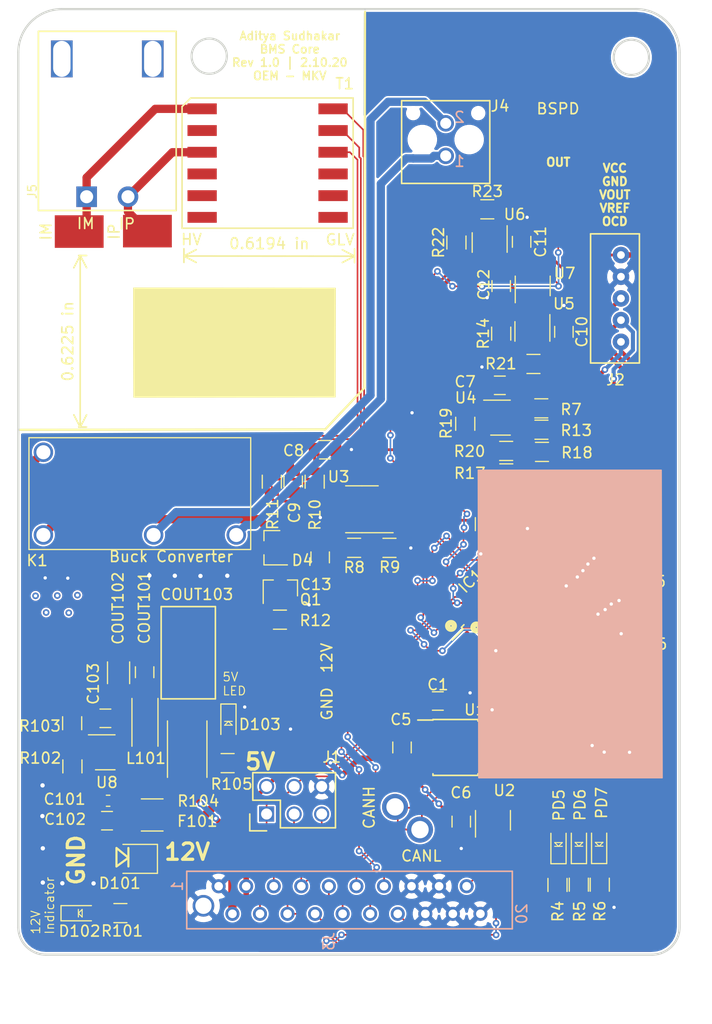
<source format=kicad_pcb>
(kicad_pcb (version 20171130) (host pcbnew "(5.1.4-0-10_14)")
  (layers (0 F.Cu signal) (31 B.Cu signal) (34 B.Paste user) (35 F.Paste user) (36 B.SilkS user hide) (37 F.SilkS user) (38 B.Mask user hide) (39 F.Mask user hide) (44 Edge.Cuts user))
  (net 0 "")
  (net 1 GND)
  (net 2 VCC)
  (net 3 /MISO)
  (net 4 /MOSI)
  (net 5 /TXCAN)
  (net 6 /RXCAN)
  (net 7 /SCK)
  (net 8 "Net-(IC1-Pad21)")
  (net 9 "Net-(IC1-Pad23)")
  (net 10 /RESET)
  (net 11 /CANL)
  (net 12 /CANH)
  (net 13 "Net-(C2-Pad1)")
  (net 14 +12V)
  (net 15 "Net-(IC1-Pad26)")
  (net 16 "Net-(U1-Pad5)")
  (net 17 "Net-(C3-Pad1)")
  (net 18 "Net-(C4-Pad1)")
  (net 19 "Net-(C103-Pad1)")
  (net 20 "Net-(D102-Pad2)")
  (net 21 "Net-(D103-Pad2)")
  (net 22 "Net-(IC1-Pad24)")
  (net 23 "Net-(R102-Pad1)")
  (net 24 "Net-(T1-Pad9)")
  (net 25 "Net-(T1-Pad2)")
  (net 26 "Net-(T1-Pad6)")
  (net 27 "Net-(T1-Pad7)")
  (net 28 "Net-(T1-Pad8)")
  (net 29 "Net-(C8-Pad1)")
  (net 30 "Net-(C9-Pad1)")
  (net 31 "Net-(C101-Pad1)")
  (net 32 /PROG_1)
  (net 33 /PROG_2)
  (net 34 /PROG_3)
  (net 35 /FAN_PWM_RAW)
  (net 36 /MISO_iso)
  (net 37 /MOSI_iso)
  (net 38 /VREF)
  (net 39 /VOUT)
  (net 40 /BMS_SENSE)
  (net 41 /RELAY_DRIVE)
  (net 42 /CS_iso)
  (net 43 /SCK_iso)
  (net 44 /BSPD_CURRENT)
  (net 45 "/SHDN_IN(MAIN_PACK->BMS)")
  (net 46 "/SHDN_OUT(BMS->IMD)")
  (net 47 /RJ45_LED1)
  (net 48 /RJ45_LED2)
  (net 49 /FAN_PWM)
  (net 50 "Net-(R8-Pad2)")
  (net 51 "Net-(R8-Pad1)")
  (net 52 "Net-(R10-Pad1)")
  (net 53 "Net-(R11-Pad2)")
  (net 54 "Net-(U2-Pad1)")
  (net 55 "Net-(D4-Pad1)")
  (net 56 /~OCD)
  (net 57 "Net-(R14-Pad1)")
  (net 58 "Net-(R17-Pad2)")
  (net 59 "Net-(R18-Pad2)")
  (net 60 "Net-(R20-Pad2)")
  (net 61 "Net-(R22-Pad2)")
  (net 62 "Net-(U5-Pad1)")
  (net 63 "Net-(U6-Pad1)")
  (net 64 "Net-(C103-Pad2)")
  (net 65 "Net-(COUT101-Pad1)")
  (net 66 "Net-(IC1-Pad32)")
  (net 67 "Net-(T1-Pad4)")
  (net 68 "Net-(T1-Pad5)")
  (net 69 /CHARGE_ENABLE1)
  (net 70 /IP)
  (net 71 /IM)
  (net 72 "Net-(PD5-Pad1)")
  (net 73 "Net-(PD6-Pad1)")
  (net 74 "Net-(PD7-Pad1)")
  (module footprints:T_LAN_SM91501ALE (layer F.Cu) (at 53.34508 104.12222 270)
    (fp_text reference T1 (at -7.3152 -7.10692) (layer F.SilkS))
    (fp_text value T_LAN_SM91501ALE hide)
    (pad 12 smd rect (at -5 -6.035 270) (size 1 2.7) (layers F.Cu F.Paste F.Mask) (net 52 "Net-(R10-Pad1)"))
    (pad 1 smd rect (at -5 6.035 270) (size 1 2.7) (layers F.Cu F.Paste F.Mask) (net 71 /IM))
    (pad 11 smd rect (at -3 -6.035 270) (size 1 2.7) (layers F.Cu F.Paste F.Mask) (net 30 "Net-(C9-Pad1)"))
    (pad 2 smd rect (at -3 6.035 270) (size 1 2.7) (layers F.Cu F.Paste F.Mask) (net 25 "Net-(T1-Pad2)"))
    (pad 10 smd rect (at -1 -6.035 270) (size 1 2.7) (layers F.Cu F.Paste F.Mask) (net 53 "Net-(R11-Pad2)"))
    (pad 3 smd rect (at -1 6.035 270) (size 1 2.7) (layers F.Cu F.Paste F.Mask) (net 70 /IP))
    (pad 9 smd rect (at 1 -6.035 270) (size 1 2.7) (layers F.Cu F.Paste F.Mask) (net 24 "Net-(T1-Pad9)"))
    (pad 4 smd rect (at 1 6.035 270) (size 1 2.7) (layers F.Cu F.Paste F.Mask) (net 67 "Net-(T1-Pad4)"))
    (pad 8 smd rect (at 3 -6.035 270) (size 1 2.7) (layers F.Cu F.Paste F.Mask) (net 28 "Net-(T1-Pad8)"))
    (pad 5 smd rect (at 3 6.035 270) (size 1 2.7) (layers F.Cu F.Paste F.Mask) (net 68 "Net-(T1-Pad5)"))
    (pad 7 smd rect (at 5 -6.035 270) (size 1 2.7) (layers F.Cu F.Paste F.Mask) (net 27 "Net-(T1-Pad7)"))
    (pad 6 smd rect (at 5 6.035 270) (size 1 2.7) (layers F.Cu F.Paste F.Mask) (net 26 "Net-(T1-Pad6)"))
  )
  (module footprints:Relay_SPST_OMRON-G5Q-1A4_OEM (layer F.Cu) (at 32.6771 138.38428)
    (fp_text reference K1 (at -0.57912 2.3622 180) (layer F.SilkS))
    (fp_text value G5Q-1A4-DC12 hide)
    (pad 1 thru_hole circle (at 0 0 180) (size 1.8 1.8) (drill 1.3) (layers *.Cu *.Mask) (net 55 "Net-(D4-Pad1)"))
    (pad 2 thru_hole circle (at 10.16 0 180) (size 1.8 1.8) (drill 1.3) (layers *.Cu *.Mask) (net 46 "/SHDN_OUT(BMS->IMD)"))
    (pad 3 thru_hole circle (at 17.78 0 180) (size 1.8 1.8) (drill 1.3) (layers *.Cu *.Mask) (net 45 "/SHDN_IN(MAIN_PACK->BMS)"))
    (pad 5 thru_hole circle (at 0 -7.62 180) (size 1.8 1.8) (drill 1.3) (layers *.Cu *.Mask) (net 14 +12V))
  )
  (module footprints:Pin_Header_Straight_2x03 (layer F.Cu) (at 53.2511 164.0967 90)
    (fp_text reference J1 (at 5.2451 6.0071 180) (layer F.SilkS))
    (fp_text value CONN_02X03 hide)
    (pad 1 thru_hole rect (at 0 0 90) (size 1.4 1.4) (drill 1.016) (layers *.Cu *.Mask) (net 3 /MISO))
    (pad 2 thru_hole circle (at 2.54 0 90) (size 1.4 1.4) (drill 1.016) (layers *.Cu *.Mask) (net 2 VCC))
    (pad 3 thru_hole circle (at 0 2.54 90) (size 1.4 1.4) (drill 1.016) (layers *.Cu *.Mask) (net 7 /SCK))
    (pad 4 thru_hole circle (at 2.54 2.54 90) (size 1.4 1.4) (drill 1.016) (layers *.Cu *.Mask) (net 4 /MOSI))
    (pad 5 thru_hole circle (at 0 5.08 90) (size 1.4 1.4) (drill 1.016) (layers *.Cu *.Mask) (net 10 /RESET))
    (pad 6 thru_hole circle (at 2.54 5.08 90) (size 1.4 1.4) (drill 1.016) (layers *.Cu *.Mask) (net 1 GND))
  )
  (module Package_TO_SOT_SMD:SOT-23 (layer F.Cu) (at 53.76926 139.56284 180)
    (fp_text reference D4 (at -2.7813 -1.1557) (layer F.SilkS))
    (fp_text value BAS40-00 hide)
    (pad 1 smd rect (at -1 -0.95 180) (size 0.9 0.8) (layers F.Cu F.Paste F.Mask) (net 55 "Net-(D4-Pad1)"))
    (pad 2 smd rect (at -1 0.95 180) (size 0.9 0.8) (layers F.Cu F.Paste F.Mask) (net 55 "Net-(D4-Pad1)"))
    (pad 3 smd rect (at 1 0 180) (size 0.9 0.8) (layers F.Cu F.Paste F.Mask) (net 14 +12V))
  )
  (module footprints:iso_spi_cutout (layer F.Cu) (at 38.56736 107.22102)
    (fp_text reference J5 (at -6.91642 -0.48006 90) (layer F.SilkS) (effects (font (size 0.8 0.8) (thickness 0.12))))
    (fp_text value isoSPI-Cutout hide)
    (pad 2 thru_hole circle (at 1.905 0) (size 1.9 1.9) (drill 1.2) (layers *.Cu *.Mask) (net 70 /IP))
    (pad 1 thru_hole rect (at -1.905 0) (size 1.9 1.9) (drill 1.2) (layers *.Cu *.Mask) (net 71 /IM))
    (pad "" np_thru_hole rect (at 4.191 -12.7) (size 2 3.4) (drill oval 1.6002 3.302) (layers *.Cu *.Mask))
    (pad "" np_thru_hole rect (at -4.191 -12.7) (size 2 3.4) (drill oval 1.6002 3.302) (layers *.Cu *.Mask))
  )
  (module footprints:TQFP-32_7x7mm_Pitch0.8mm (layer F.Cu) (at 76.3397 146.8882 45)
    (fp_text reference IC1 (at 0 -6.05 45) (layer F.SilkS))
    (fp_text value ATMEGA16M1 hide)
    (pad 32 smd rect (at -2.8 -4.25 135) (size 1.6 0.55) (layers F.Cu F.Paste F.Mask) (net 66 "Net-(IC1-Pad32)"))
    (pad 31 smd rect (at -2 -4.25 135) (size 1.6 0.55) (layers F.Cu F.Paste F.Mask) (net 10 /RESET))
    (pad 30 smd rect (at -1.2 -4.25 135) (size 1.6 0.55) (layers F.Cu F.Paste F.Mask) (net 44 /BSPD_CURRENT))
    (pad 29 smd rect (at -0.4 -4.25 135) (size 1.6 0.55) (layers F.Cu F.Paste F.Mask) (net 69 /CHARGE_ENABLE1))
    (pad 28 smd rect (at 0.4 -4.25 135) (size 1.6 0.55) (layers F.Cu F.Paste F.Mask) (net 43 /SCK_iso))
    (pad 27 smd rect (at 1.2 -4.25 135) (size 1.6 0.55) (layers F.Cu F.Paste F.Mask) (net 42 /CS_iso))
    (pad 26 smd rect (at 2 -4.25 135) (size 1.6 0.55) (layers F.Cu F.Paste F.Mask) (net 15 "Net-(IC1-Pad26)"))
    (pad 25 smd rect (at 2.8 -4.25 135) (size 1.6 0.55) (layers F.Cu F.Paste F.Mask) (net 41 /RELAY_DRIVE))
    (pad 24 smd rect (at 4.25 -2.8 45) (size 1.6 0.55) (layers F.Cu F.Paste F.Mask) (net 22 "Net-(IC1-Pad24)"))
    (pad 23 smd rect (at 4.25 -2 45) (size 1.6 0.55) (layers F.Cu F.Paste F.Mask) (net 9 "Net-(IC1-Pad23)"))
    (pad 22 smd rect (at 4.25 -1.2 45) (size 1.6 0.55) (layers F.Cu F.Paste F.Mask) (net 40 /BMS_SENSE))
    (pad 21 smd rect (at 4.25 -0.4 45) (size 1.6 0.55) (layers F.Cu F.Paste F.Mask) (net 8 "Net-(IC1-Pad21)"))
    (pad 20 smd rect (at 4.25 0.4 45) (size 1.6 0.55) (layers F.Cu F.Paste F.Mask) (net 1 GND))
    (pad 19 smd rect (at 4.25 1.2 45) (size 1.6 0.55) (layers F.Cu F.Paste F.Mask) (net 13 "Net-(C2-Pad1)"))
    (pad 18 smd rect (at 4.25 2 45) (size 1.6 0.55) (layers F.Cu F.Paste F.Mask) (net 39 /VOUT))
    (pad 17 smd rect (at 4.25 2.8 45) (size 1.6 0.55) (layers F.Cu F.Paste F.Mask) (net 38 /VREF))
    (pad 16 smd rect (at 2.8 4.25 135) (size 1.6 0.55) (layers F.Cu F.Paste F.Mask) (net 56 /~OCD))
    (pad 15 smd rect (at 2 4.25 135) (size 1.6 0.55) (layers F.Cu F.Paste F.Mask) (net 34 /PROG_3))
    (pad 14 smd rect (at 1.2 4.25 135) (size 1.6 0.55) (layers F.Cu F.Paste F.Mask) (net 33 /PROG_2))
    (pad 13 smd rect (at 0.4 4.25 135) (size 1.6 0.55) (layers F.Cu F.Paste F.Mask) (net 32 /PROG_1))
    (pad 12 smd rect (at -0.4 4.25 135) (size 1.6 0.55) (layers F.Cu F.Paste F.Mask) (net 7 /SCK))
    (pad 11 smd rect (at -1.2 4.25 135) (size 1.6 0.55) (layers F.Cu F.Paste F.Mask) (net 17 "Net-(C3-Pad1)"))
    (pad 10 smd rect (at -2 4.25 135) (size 1.6 0.55) (layers F.Cu F.Paste F.Mask) (net 18 "Net-(C4-Pad1)"))
    (pad 9 smd rect (at -2.8 4.25 135) (size 1.6 0.55) (layers F.Cu F.Paste F.Mask) (net 37 /MOSI_iso))
    (pad 8 smd rect (at -4.25 2.8 45) (size 1.6 0.55) (layers F.Cu F.Paste F.Mask) (net 36 /MISO_iso))
    (pad 7 smd rect (at -4.25 2 45) (size 1.6 0.55) (layers F.Cu F.Paste F.Mask) (net 6 /RXCAN))
    (pad 6 smd rect (at -4.25 1.2 45) (size 1.6 0.55) (layers F.Cu F.Paste F.Mask) (net 5 /TXCAN))
    (pad 5 smd rect (at -4.25 0.4 45) (size 1.6 0.55) (layers F.Cu F.Paste F.Mask) (net 1 GND))
    (pad 4 smd rect (at -4.25 -0.4 45) (size 1.6 0.55) (layers F.Cu F.Paste F.Mask) (net 2 VCC))
    (pad 3 smd rect (at -4.25 -1.2 45) (size 1.6 0.55) (layers F.Cu F.Paste F.Mask) (net 35 /FAN_PWM_RAW))
    (pad 2 smd rect (at -4.25 -2 45) (size 1.6 0.55) (layers F.Cu F.Paste F.Mask) (net 4 /MOSI))
    (pad 1 smd rect (at -4.25 -2.8 45) (size 1.6 0.55) (layers F.Cu F.Paste F.Mask) (net 3 /MISO))
  )
  (module footprints:R_0805_OEM (layer F.Cu) (at 88.6841 146.6215 180)
    (fp_text reference R16 (at -0.0508 -1.8161) (layer F.SilkS))
    (fp_text value R_200 hide)
    (pad 1 smd rect (at -0.95 0 180) (size 0.7 1.3) (layers F.Cu F.Paste F.Mask) (net 47 /RJ45_LED1))
    (pad 2 smd rect (at 0.95 0 180) (size 0.7 1.3) (layers F.Cu F.Paste F.Mask) (net 9 "Net-(IC1-Pad23)"))
  )
  (module footprints:B5B-PH-K-S (layer F.Cu) (at 85.91804 116.59108 270)
    (fp_text reference J2 (at 7.5 0.5) (layer F.SilkS))
    (fp_text value B5B-PH-K-S hide)
    (pad 1 thru_hole circle (at -4 0 270) (size 1.524 1.524) (drill 0.71) (layers *.Cu *.Mask) (net 2 VCC))
    (pad 2 thru_hole circle (at -2 0 270) (size 1.524 1.524) (drill 0.71) (layers *.Cu *.Mask) (net 1 GND))
    (pad 3 thru_hole circle (at 0 0 270) (size 1.524 1.524) (drill 0.71) (layers *.Cu *.Mask) (net 39 /VOUT))
    (pad 4 thru_hole circle (at 2 0 270) (size 1.524 1.524) (drill 0.71) (layers *.Cu *.Mask) (net 38 /VREF))
    (pad 5 thru_hole circle (at 4 0 270) (size 1.524 1.524) (drill 0.71) (layers *.Cu *.Mask) (net 56 /~OCD))
  )
  (module footprints:micromatch_female_vert_20 (layer B.Cu) (at 53.9115 170.7515 270)
    (fp_text reference J3 (at 5.08 -5.08 270) (layer B.SilkS) (effects (justify mirror)))
    (fp_text value MM_F_VT_20 hide)
    (fp_text user 20 (at 2.54 -22.86 270) (layer B.SilkS) (effects (justify mirror)))
    (fp_text user 1 (at 0 8.89 270) (layer B.SilkS) (effects (justify mirror)))
    (pad 5 thru_hole circle (at 0 0 270) (size 1.3 1.3) (drill 0.8) (layers *.Cu *.Mask) (net 4 /MOSI))
    (pad 3 thru_hole circle (at 0 2.54 270) (size 1.3 1.3) (drill 0.8) (layers *.Cu *.Mask) (net 2 VCC))
    (pad 1 thru_hole circle (at 0 5.08 270) (size 1.3 1.3) (drill 0.8) (layers *.Cu *.Mask) (net 1 GND))
    (pad 7 thru_hole circle (at 0 -2.54 270) (size 1.3 1.3) (drill 0.8) (layers *.Cu *.Mask) (net 10 /RESET))
    (pad 2 thru_hole circle (at 2.54 3.81 270) (size 1.3 1.3) (drill 0.8) (layers *.Cu *.Mask) (net 14 +12V))
    (pad 4 thru_hole circle (at 2.54 1.27 270) (size 1.3 1.3) (drill 0.8) (layers *.Cu *.Mask) (net 3 /MISO))
    (pad 6 thru_hole circle (at 2.54 -1.27 270) (size 1.3 1.3) (drill 0.8) (layers *.Cu *.Mask) (net 7 /SCK))
    (pad 8 thru_hole circle (at 2.54 -3.81 270) (size 1.3 1.3) (drill 0.8) (layers *.Cu *.Mask) (net 47 /RJ45_LED1))
    (pad 9 thru_hole circle (at 0 -5.08 270) (size 1.3 1.3) (drill 0.8) (layers *.Cu *.Mask) (net 48 /RJ45_LED2))
    (pad 10 thru_hole circle (at 2.54 -6.35 270) (size 1.3 1.3) (drill 0.8) (layers *.Cu *.Mask) (net 12 /CANH))
    (pad 11 thru_hole circle (at 0 -7.62 270) (size 1.3 1.3) (drill 0.8) (layers *.Cu *.Mask) (net 11 /CANL))
    (pad 12 thru_hole circle (at 2.54 -8.89 270) (size 1.3 1.3) (drill 0.8) (layers *.Cu *.Mask) (net 44 /BSPD_CURRENT))
    (pad 13 thru_hole circle (at 0 -10.16 270) (size 1.3 1.3) (drill 0.8) (layers *.Cu *.Mask) (net 49 /FAN_PWM))
    (pad 14 thru_hole circle (at 2.54 -11.43 270) (size 1.3 1.3) (drill 0.8) (layers *.Cu *.Mask) (net 40 /BMS_SENSE))
    (pad 15 thru_hole circle (at 0 -12.7 270) (size 1.3 1.3) (drill 0.8) (layers *.Cu *.Mask) (net 1 GND))
    (pad 16 thru_hole circle (at 2.54 -13.97 270) (size 1.3 1.3) (drill 0.8) (layers *.Cu *.Mask) (net 1 GND))
    (pad 17 thru_hole circle (at 0 -15.24 270) (size 1.3 1.3) (drill 0.8) (layers *.Cu *.Mask) (net 1 GND))
    (pad 18 thru_hole circle (at 2.54 -16.51 270) (size 1.3 1.3) (drill 0.8) (layers *.Cu *.Mask) (net 1 GND))
    (pad 19 thru_hole circle (at 0 -17.78 270) (size 1.3 1.3) (drill 0.8) (layers *.Cu *.Mask) (net 69 /CHARGE_ENABLE1))
    (pad 20 thru_hole circle (at 2.54 -19.05 270) (size 1.3 1.3) (drill 0.8) (layers *.Cu *.Mask) (net 1 GND))
    (pad 21 thru_hole circle (at 1.8 6.48 270) (size 2 2) (drill 1.5) (layers *.Cu *.Mask) (net 1 GND))
  )
  (module footprints:C_0805_OEM (layer F.Cu) (at 65.7352 157.9626 90)
    (fp_text reference C5 (at 2.5781 -0.1016 180) (layer F.SilkS))
    (fp_text value C_0.1uF hide)
    (pad 1 smd rect (at -1 0 90) (size 1 1.25) (layers F.Cu F.Paste F.Mask) (net 2 VCC))
    (pad 2 smd rect (at 1 0 90) (size 1 1.25) (layers F.Cu F.Paste F.Mask) (net 1 GND))
  )
  (module footprints:SOT-23-6_OEM (layer F.Cu) (at 38.3794 158.40964)
    (fp_text reference U8 (at 0.14478 2.7813) (layer F.SilkS))
    (fp_text value TPS560430YF hide)
    (pad 1 smd rect (at -1.1 -0.95) (size 1.06 0.65) (layers F.Cu F.Paste F.Mask) (net 64 "Net-(C103-Pad2)"))
    (pad 2 smd rect (at -1.1 0) (size 1.06 0.65) (layers F.Cu F.Paste F.Mask) (net 1 GND))
    (pad 3 smd rect (at -1.1 0.95) (size 1.06 0.65) (layers F.Cu F.Paste F.Mask) (net 23 "Net-(R102-Pad1)"))
    (pad 4 smd rect (at 1.1 0.95) (size 1.06 0.65) (layers F.Cu F.Paste F.Mask) (net 31 "Net-(C101-Pad1)"))
    (pad 6 smd rect (at 1.1 -0.95) (size 1.06 0.65) (layers F.Cu F.Paste F.Mask) (net 19 "Net-(C103-Pad1)"))
    (pad 5 smd rect (at 1.1 0) (size 1.06 0.65) (layers F.Cu F.Paste F.Mask) (net 31 "Net-(C101-Pad1)"))
  )
  (module footprints:C_0805_OEM (layer F.Cu) (at 69.0372 153.6827)
    (fp_text reference C1 (at 0 -1.5) (layer F.SilkS))
    (fp_text value C_0.1uF hide)
    (pad 1 smd rect (at -1 0) (size 1 1.25) (layers F.Cu F.Paste F.Mask) (net 2 VCC))
    (pad 2 smd rect (at 1 0) (size 1 1.25) (layers F.Cu F.Paste F.Mask) (net 1 GND))
  )
  (module footprints:C_0805_OEM (layer F.Cu) (at 78.9813 138.7856 90)
    (fp_text reference C2 (at 2.8702 0.0254 90) (layer F.SilkS))
    (fp_text value C_100pF hide)
    (pad 2 smd rect (at 1 0 90) (size 1 1.25) (layers F.Cu F.Paste F.Mask) (net 1 GND))
    (pad 1 smd rect (at -1 0 90) (size 1 1.25) (layers F.Cu F.Paste F.Mask) (net 13 "Net-(C2-Pad1)"))
  )
  (module footprints:C_0805_OEM (layer F.Cu) (at 84.07654 153.79192 270)
    (fp_text reference C3 (at 2.77114 0.0381 180) (layer F.SilkS))
    (fp_text value C_30pF hide)
    (pad 2 smd rect (at 1 0 270) (size 1 1.25) (layers F.Cu F.Paste F.Mask) (net 1 GND))
    (pad 1 smd rect (at -1 0 270) (size 1 1.25) (layers F.Cu F.Paste F.Mask) (net 17 "Net-(C3-Pad1)"))
  )
  (module footprints:C_0805_OEM (layer F.Cu) (at 81.05902 156.34208)
    (fp_text reference C4 (at 0.30226 1.75514 180) (layer F.SilkS))
    (fp_text value C_30pF hide)
    (pad 1 smd rect (at -1 0) (size 1 1.25) (layers F.Cu F.Paste F.Mask) (net 18 "Net-(C4-Pad1)"))
    (pad 2 smd rect (at 1 0) (size 1 1.25) (layers F.Cu F.Paste F.Mask) (net 1 GND))
  )
  (module footprints:C_0805_OEM (layer F.Cu) (at 71.1962 164.7952 90)
    (fp_text reference C6 (at 2.667 -0.0254 180) (layer F.SilkS))
    (fp_text value C_0.1uF hide)
    (pad 2 smd rect (at 1 0 90) (size 1 1.25) (layers F.Cu F.Paste F.Mask) (net 2 VCC))
    (pad 1 smd rect (at -1 0 90) (size 1 1.25) (layers F.Cu F.Paste F.Mask) (net 1 GND))
  )
  (module footprints:C_0805_OEM (layer F.Cu) (at 74.7522 124.59716 180)
    (fp_text reference C7 (at 3.2004 0.3302) (layer F.SilkS))
    (fp_text value C_0.1uF hide)
    (pad 2 smd rect (at 1 0 180) (size 1 1.25) (layers F.Cu F.Paste F.Mask) (net 1 GND))
    (pad 1 smd rect (at -1 0 180) (size 1 1.25) (layers F.Cu F.Paste F.Mask) (net 2 VCC))
  )
  (module footprints:C_0805_OEM (layer F.Cu) (at 58.6359 130.5306)
    (fp_text reference C8 (at -2.8956 0.0762) (layer F.SilkS))
    (fp_text value C_10nF hide)
    (pad 1 smd rect (at -1 0) (size 1 1.25) (layers F.Cu F.Paste F.Mask) (net 29 "Net-(C8-Pad1)"))
    (pad 2 smd rect (at 1 0) (size 1 1.25) (layers F.Cu F.Paste F.Mask) (net 1 GND))
  )
  (module footprints:C_0805_OEM (layer F.Cu) (at 55.7022 133.4643 270)
    (fp_text reference C9 (at 2.8702 -0.1143 270) (layer F.SilkS))
    (fp_text value C_10nF hide)
    (pad 1 smd rect (at -1 0 270) (size 1 1.25) (layers F.Cu F.Paste F.Mask) (net 30 "Net-(C9-Pad1)"))
    (pad 2 smd rect (at 1 0 270) (size 1 1.25) (layers F.Cu F.Paste F.Mask) (net 1 GND))
  )
  (module footprints:C_0805_OEM (layer F.Cu) (at 80.6577 119.66956 90)
    (fp_text reference C10 (at 0.01016 1.65354 270) (layer F.SilkS))
    (fp_text value C_0.1uF hide)
    (pad 1 smd rect (at -1 0 90) (size 1 1.25) (layers F.Cu F.Paste F.Mask) (net 2 VCC))
    (pad 2 smd rect (at 1 0 90) (size 1 1.25) (layers F.Cu F.Paste F.Mask) (net 1 GND))
  )
  (module footprints:C_0805_OEM (layer F.Cu) (at 76.7588 111.37646 90)
    (fp_text reference C11 (at -0.00254 1.74244 270) (layer F.SilkS))
    (fp_text value C_0.1uF hide)
    (pad 1 smd rect (at -1 0 90) (size 1 1.25) (layers F.Cu F.Paste F.Mask) (net 2 VCC))
    (pad 2 smd rect (at 1 0 90) (size 1 1.25) (layers F.Cu F.Paste F.Mask) (net 1 GND))
  )
  (module footprints:C_0603_1608Metric (layer F.Cu) (at 38.64102 162.87496 180)
    (fp_text reference C101 (at 4.00812 0.14478) (layer F.SilkS))
    (fp_text value C_2.2uF hide)
    (pad 1 smd roundrect (at -0.7875 0 180) (size 0.875 0.95) (layers F.Cu F.Paste F.Mask) (net 31 "Net-(C101-Pad1)"))
    (pad 2 smd roundrect (at 0.7875 0 180) (size 0.875 0.95) (layers F.Cu F.Paste F.Mask) (net 1 GND))
  )
  (module footprints:C_0805_OEM (layer F.Cu) (at 38.54196 164.71138 180)
    (fp_text reference C102 (at 3.86334 0.13462) (layer F.SilkS))
    (fp_text value C_0.1uF hide)
    (pad 2 smd rect (at 1 0 180) (size 1 1.25) (layers F.Cu F.Paste F.Mask) (net 1 GND))
    (pad 1 smd rect (at -1 0 180) (size 1 1.25) (layers F.Cu F.Paste F.Mask) (net 31 "Net-(C101-Pad1)"))
  )
  (module footprints:C_0805_OEM (layer F.Cu) (at 38.3921 155.27782 180)
    (fp_text reference C103 (at 1.12014 3.17754 90) (layer F.SilkS))
    (fp_text value C_0.1uF hide)
    (pad 1 smd rect (at -1 0 180) (size 1 1.25) (layers F.Cu F.Paste F.Mask) (net 19 "Net-(C103-Pad1)"))
    (pad 2 smd rect (at 1 0 180) (size 1 1.25) (layers F.Cu F.Paste F.Mask) (net 64 "Net-(C103-Pad2)"))
  )
  (module footprints:C_0805_OEM (layer F.Cu) (at 42.00906 151.03094 90)
    (fp_text reference COUT101 (at 5.94614 -0.03302 90) (layer F.SilkS))
    (fp_text value C_47uF hide)
    (pad 2 smd rect (at 1 0 90) (size 1 1.25) (layers F.Cu F.Paste F.Mask) (net 1 GND))
    (pad 1 smd rect (at -1 0 90) (size 1 1.25) (layers F.Cu F.Paste F.Mask) (net 65 "Net-(COUT101-Pad1)"))
  )
  (module footprints:C_1206_OEM (layer F.Cu) (at 39.60622 151.08174 90)
    (fp_text reference COUT102 (at 5.9436 -0.05334 90) (layer F.SilkS))
    (fp_text value C_22uF hide)
    (pad 1 smd rect (at -1.5 0 90) (size 1 1.6) (layers F.Cu F.Paste F.Mask) (net 65 "Net-(COUT101-Pad1)"))
    (pad 2 smd rect (at 1.5 0 90) (size 1 1.6) (layers F.Cu F.Paste F.Mask) (net 1 GND))
  )
  (module footprints:Fuse_1812 (layer F.Cu) (at 46.03242 151.98598 90)
    (fp_text reference COUT103 (at 8.12038 0.78994 180) (layer F.SilkS))
    (fp_text value C_33uF hide)
    (pad 2 smd rect (at 5.28 0 90) (size 1.78 3.5) (layers F.Cu F.Paste F.Mask) (net 1 GND))
    (pad 1 smd rect (at 0 0 90) (size 1.78 3.5) (layers F.Cu F.Paste F.Mask) (net 65 "Net-(COUT101-Pad1)"))
  )
  (module footprints:LED_0805_OEM (layer F.Cu) (at 80.15986 166.87546 90)
    (fp_text reference PD5 (at 3.5941 0.04572 90) (layer F.SilkS))
    (fp_text value LED_0805 hide)
    (pad 2 smd rect (at 1.1 0 270) (size 1.2 1.2) (layers F.Cu F.Paste F.Mask) (net 32 /PROG_1))
    (pad 1 smd rect (at -1.1 0 270) (size 1.2 1.2) (layers F.Cu F.Paste F.Mask) (net 72 "Net-(PD5-Pad1)"))
  )
  (module footprints:LED_0805_OEM (layer F.Cu) (at 82.042 166.8653 90)
    (fp_text reference PD6 (at 3.60934 0.09652 90) (layer F.SilkS))
    (fp_text value LED_0805 hide)
    (pad 1 smd rect (at -1.1 0 270) (size 1.2 1.2) (layers F.Cu F.Paste F.Mask) (net 73 "Net-(PD6-Pad1)"))
    (pad 2 smd rect (at 1.1 0 270) (size 1.2 1.2) (layers F.Cu F.Paste F.Mask) (net 33 /PROG_2))
  )
  (module footprints:LED_0805_OEM (layer F.Cu) (at 83.90636 166.86022 90)
    (fp_text reference PD7 (at 3.78714 0.22352 90) (layer F.SilkS))
    (fp_text value LED_0805 hide)
    (pad 2 smd rect (at 1.1 0 270) (size 1.2 1.2) (layers F.Cu F.Paste F.Mask) (net 34 /PROG_3))
    (pad 1 smd rect (at -1.1 0 270) (size 1.2 1.2) (layers F.Cu F.Paste F.Mask) (net 74 "Net-(PD7-Pad1)"))
  )
  (module footprints:DO-214AA (layer F.Cu) (at 40.01262 168.22674 180)
    (fp_text reference D101 (at 0.3 -2.25) (layer F.SilkS))
    (fp_text value D_Zener_18V hide)
    (pad 2 smd rect (at 2.032 0) (size 1.778 2.159) (layers F.Cu F.Paste F.Mask) (net 1 GND))
    (pad 1 smd rect (at -2.032 0) (size 1.778 2.159) (layers F.Cu F.Paste F.Mask) (net 31 "Net-(C101-Pad1)"))
  )
  (module footprints:LED_0805_OEM (layer F.Cu) (at 36.10102 173.23562)
    (fp_text reference D102 (at -0.09652 1.651) (layer F.SilkS))
    (fp_text value LED_0805 hide)
    (pad 1 smd rect (at -1.1 0 180) (size 1.2 1.2) (layers F.Cu F.Paste F.Mask) (net 1 GND))
    (pad 2 smd rect (at 1.1 0 180) (size 1.2 1.2) (layers F.Cu F.Paste F.Mask) (net 20 "Net-(D102-Pad2)"))
  )
  (module footprints:LED_0805_OEM (layer F.Cu) (at 49.73574 155.76042 270)
    (fp_text reference D103 (at 0.08128 -2.89306 180) (layer F.SilkS))
    (fp_text value LED_0805 hide)
    (pad 2 smd rect (at 1.1 0 90) (size 1.2 1.2) (layers F.Cu F.Paste F.Mask) (net 21 "Net-(D103-Pad2)"))
    (pad 1 smd rect (at -1.1 0 90) (size 1.2 1.2) (layers F.Cu F.Paste F.Mask) (net 1 GND))
  )
  (module footprints:Fuse_1210 (layer F.Cu) (at 42.70502 164.18306 180)
    (fp_text reference F101 (at -4.16052 -0.57912 180) (layer F.SilkS))
    (fp_text value 500mA hide)
    (pad 1 smd rect (at -1.45 0 180) (size 0.9 2.5) (layers F.Cu F.Paste F.Mask) (net 14 +12V))
    (pad 2 smd rect (at 1.45 0 180) (size 0.9 2.5) (layers F.Cu F.Paste F.Mask) (net 31 "Net-(C101-Pad1)"))
  )
  (module footprints:MicroFit_V_2 (layer F.Cu) (at 69.76364 103.4542)
    (fp_text reference J4 (at 5.0038 -4.5847) (layer F.SilkS))
    (fp_text value MicroFit_V_2 hide)
    (fp_text user 1 (at 1.27 0.508) (layer B.SilkS) (effects (justify mirror)))
    (fp_text user 2 (at 1.27 -3.556) (layer B.SilkS) (effects (justify mirror)))
    (pad 1 thru_hole circle (at 0 0) (size 1.524 1.524) (drill 1.016) (layers *.Cu *.Mask) (net 45 "/SHDN_IN(MAIN_PACK->BMS)"))
    (pad 2 thru_hole circle (at 0 -2.9972) (size 1.524 1.524) (drill 1.016) (layers *.Cu *.Mask) (net 46 "/SHDN_OUT(BMS->IMD)"))
    (pad "" np_thru_hole circle (at 2.159 -1.4986) (size 2.413 2.413) (drill 2.413) (layers *.Cu *.Mask))
    (pad "" np_thru_hole circle (at -2.159 -1.4986) (size 2.413 2.413) (drill 2.413) (layers *.Cu *.Mask))
    (pad "" np_thru_hole circle (at -2.9972 -3.937) (size 1.016 1.016) (drill 1.016) (layers *.Cu *.Mask))
    (pad "" np_thru_hole circle (at 2.9972 -3.937) (size 1.016 1.016) (drill 1.016) (layers *.Cu *.Mask))
  )
  (module footprints:L_100uH_OEM (layer F.Cu) (at 42.03954 155.64886 90)
    (fp_text reference L101 (at -3.31196 0.08128) (layer F.SilkS))
    (fp_text value L_100uH hide)
    (pad 1 smd rect (at -1.6 0 90) (size 1.2 2) (layers F.Cu F.Paste F.Mask) (net 19 "Net-(C103-Pad1)"))
    (pad 2 smd rect (at 1.6 0 90) (size 1.2 2) (layers F.Cu F.Paste F.Mask) (net 65 "Net-(COUT101-Pad1)"))
  )
  (module footprints:SOT-23F (layer F.Cu) (at 54.5211 143.2941 90)
    (fp_text reference Q1 (at -1.05156 2.794 180) (layer F.SilkS))
    (fp_text value SSM3K333R hide)
    (pad 1 smd rect (at -1.05 -0.95 90) (size 0.9 0.8) (layers F.Cu F.Paste F.Mask) (net 41 /RELAY_DRIVE))
    (pad 2 smd rect (at -1.05 0.95 90) (size 0.9 0.8) (layers F.Cu F.Paste F.Mask) (net 1 GND))
    (pad 3 smd rect (at 1.05 0 90) (size 0.9 0.8) (layers F.Cu F.Paste F.Mask) (net 55 "Net-(D4-Pad1)"))
  )
  (module footprints:R_0805_OEM (layer F.Cu) (at 75.29068 137.3759 270)
    (fp_text reference R1 (at -2.8702 0.1016 90) (layer F.SilkS))
    (fp_text value R_100 hide)
    (pad 1 smd rect (at -0.95 0 270) (size 0.7 1.3) (layers F.Cu F.Paste F.Mask) (net 2 VCC))
    (pad 2 smd rect (at 0.95 0 270) (size 0.7 1.3) (layers F.Cu F.Paste F.Mask) (net 13 "Net-(C2-Pad1)"))
  )
  (module footprints:R_0805_OEM (layer F.Cu) (at 73.37552 137.38606 270)
    (fp_text reference R2 (at -2.6924 -0.1143 90) (layer F.SilkS))
    (fp_text value R_10K hide)
    (pad 2 smd rect (at 0.95 0 270) (size 0.7 1.3) (layers F.Cu F.Paste F.Mask) (net 10 /RESET))
    (pad 1 smd rect (at -0.95 0 270) (size 0.7 1.3) (layers F.Cu F.Paste F.Mask) (net 2 VCC))
  )
  (module footprints:R_0805_OEM (layer F.Cu) (at 75.5269 157.988 270)
    (fp_text reference R3 (at -0.05588 -1.82626 270) (layer F.SilkS))
    (fp_text value R_200 hide)
    (pad 2 smd rect (at 0.95 0 270) (size 0.7 1.3) (layers F.Cu F.Paste F.Mask) (net 11 /CANL))
    (pad 1 smd rect (at -0.95 0 270) (size 0.7 1.3) (layers F.Cu F.Paste F.Mask) (net 12 /CANH))
  )
  (module footprints:R_0805_OEM (layer F.Cu) (at 80.06842 170.63212 270)
    (fp_text reference R4 (at 2.44348 -0.0381 90) (layer F.SilkS))
    (fp_text value R_200 hide)
    (pad 2 smd rect (at 0.95 0 270) (size 0.7 1.3) (layers F.Cu F.Paste F.Mask) (net 1 GND))
    (pad 1 smd rect (at -0.95 0 270) (size 0.7 1.3) (layers F.Cu F.Paste F.Mask) (net 72 "Net-(PD5-Pad1)"))
  )
  (module footprints:R_0805_OEM (layer F.Cu) (at 82.03438 170.60672 270)
    (fp_text reference R5 (at 2.46888 -0.06858 90) (layer F.SilkS))
    (fp_text value R_200 hide)
    (pad 1 smd rect (at -0.95 0 270) (size 0.7 1.3) (layers F.Cu F.Paste F.Mask) (net 73 "Net-(PD6-Pad1)"))
    (pad 2 smd rect (at 0.95 0 270) (size 0.7 1.3) (layers F.Cu F.Paste F.Mask) (net 1 GND))
  )
  (module footprints:R_0805_OEM (layer F.Cu) (at 83.96478 170.60926 270)
    (fp_text reference R6 (at 2.44602 0 90) (layer F.SilkS))
    (fp_text value R_200 hide)
    (pad 2 smd rect (at 0.95 0 270) (size 0.7 1.3) (layers F.Cu F.Paste F.Mask) (net 1 GND))
    (pad 1 smd rect (at -0.95 0 270) (size 0.7 1.3) (layers F.Cu F.Paste F.Mask) (net 74 "Net-(PD7-Pad1)"))
  )
  (module footprints:R_0805_OEM (layer F.Cu) (at 78.5749 126.71806)
    (fp_text reference R7 (at 2.7432 0.1016) (layer F.SilkS))
    (fp_text value R_10K hide)
    (pad 2 smd rect (at 0.95 0) (size 0.7 1.3) (layers F.Cu F.Paste F.Mask) (net 56 /~OCD))
    (pad 1 smd rect (at -0.95 0) (size 0.7 1.3) (layers F.Cu F.Paste F.Mask) (net 2 VCC))
  )
  (module footprints:R_0805_OEM (layer F.Cu) (at 61.32068 139.57046)
    (fp_text reference R8 (at 0.0127 1.8034 180) (layer F.SilkS))
    (fp_text value R_1K hide)
    (pad 2 smd rect (at 0.95 0) (size 0.7 1.3) (layers F.Cu F.Paste F.Mask) (net 50 "Net-(R8-Pad2)"))
    (pad 1 smd rect (at -0.95 0) (size 0.7 1.3) (layers F.Cu F.Paste F.Mask) (net 51 "Net-(R8-Pad1)"))
  )
  (module footprints:R_0805_OEM (layer F.Cu) (at 64.5795 139.573)
    (fp_text reference R9 (at 0.0254 1.778) (layer F.SilkS))
    (fp_text value R_1K hide)
    (pad 1 smd rect (at -0.95 0) (size 0.7 1.3) (layers F.Cu F.Paste F.Mask) (net 50 "Net-(R8-Pad2)"))
    (pad 2 smd rect (at 0.95 0) (size 0.7 1.3) (layers F.Cu F.Paste F.Mask) (net 1 GND))
  )
  (module footprints:R_0805_OEM (layer F.Cu) (at 57.6834 133.477 90)
    (fp_text reference R10 (at -3.048 0.0254 270) (layer F.SilkS))
    (fp_text value R_60.4 hide)
    (pad 2 smd rect (at 0.95 0 90) (size 0.7 1.3) (layers F.Cu F.Paste F.Mask) (net 29 "Net-(C8-Pad1)"))
    (pad 1 smd rect (at -0.95 0 90) (size 0.7 1.3) (layers F.Cu F.Paste F.Mask) (net 52 "Net-(R10-Pad1)"))
  )
  (module footprints:R_0805_OEM (layer F.Cu) (at 53.7337 133.477 270)
    (fp_text reference R11 (at 2.9972 -0.0762 270) (layer F.SilkS))
    (fp_text value R_60.4 hide)
    (pad 1 smd rect (at -0.95 0 270) (size 0.7 1.3) (layers F.Cu F.Paste F.Mask) (net 29 "Net-(C8-Pad1)"))
    (pad 2 smd rect (at 0.95 0 270) (size 0.7 1.3) (layers F.Cu F.Paste F.Mask) (net 53 "Net-(R11-Pad2)"))
  )
  (module footprints:R_0805_OEM (layer F.Cu) (at 54.483 146.1897 180)
    (fp_text reference R12 (at -3.2639 -0.0762) (layer F.SilkS))
    (fp_text value R_10K hide)
    (pad 2 smd rect (at 0.95 0 180) (size 0.7 1.3) (layers F.Cu F.Paste F.Mask) (net 41 /RELAY_DRIVE))
    (pad 1 smd rect (at -0.95 0 180) (size 0.7 1.3) (layers F.Cu F.Paste F.Mask) (net 1 GND))
  )
  (module footprints:R_0805_OEM (layer F.Cu) (at 78.5876 128.68656 180)
    (fp_text reference R13 (at -3.2131 -0.0635) (layer F.SilkS))
    (fp_text value R_10K hide)
    (pad 1 smd rect (at -0.95 0 180) (size 0.7 1.3) (layers F.Cu F.Paste F.Mask) (net 39 /VOUT))
    (pad 2 smd rect (at 0.95 0 180) (size 0.7 1.3) (layers F.Cu F.Paste F.Mask) (net 2 VCC))
  )
  (module footprints:R_0805_OEM (layer F.Cu) (at 74.8792 119.83466 90)
    (fp_text reference R14 (at 0 -1.65 90) (layer F.SilkS))
    (fp_text value R_1K_0.1 hide)
    (pad 1 smd rect (at -0.95 0 90) (size 0.7 1.3) (layers F.Cu F.Paste F.Mask) (net 57 "Net-(R14-Pad1)"))
    (pad 2 smd rect (at 0.95 0 90) (size 0.7 1.3) (layers F.Cu F.Paste F.Mask) (net 1 GND))
  )
  (module footprints:R_0805_OEM (layer F.Cu) (at 88.6587 144.5641 180)
    (fp_text reference R15 (at 0.0508 1.8923) (layer F.SilkS))
    (fp_text value R_200 hide)
    (pad 1 smd rect (at -0.95 0 180) (size 0.7 1.3) (layers F.Cu F.Paste F.Mask) (net 48 /RJ45_LED2))
    (pad 2 smd rect (at 0.95 0 180) (size 0.7 1.3) (layers F.Cu F.Paste F.Mask) (net 22 "Net-(IC1-Pad24)"))
  )
  (module footprints:R_0805_OEM (layer F.Cu) (at 75.3491 132.71246 180)
    (fp_text reference R17 (at 3.3655 0.0127) (layer F.SilkS))
    (fp_text value R_10K hide)
    (pad 1 smd rect (at -0.95 0 180) (size 0.7 1.3) (layers F.Cu F.Paste F.Mask) (net 39 /VOUT))
    (pad 2 smd rect (at 0.95 0 180) (size 0.7 1.3) (layers F.Cu F.Paste F.Mask) (net 58 "Net-(R17-Pad2)"))
  )
  (module footprints:R_0805_OEM (layer F.Cu) (at 78.6384 130.73126 180)
    (fp_text reference R18 (at -3.2258 -0.0762) (layer F.SilkS))
    (fp_text value R_10K hide)
    (pad 1 smd rect (at -0.95 0 180) (size 0.7 1.3) (layers F.Cu F.Paste F.Mask) (net 38 /VREF))
    (pad 2 smd rect (at 0.95 0 180) (size 0.7 1.3) (layers F.Cu F.Paste F.Mask) (net 59 "Net-(R18-Pad2)"))
  )
  (module footprints:R_0805_OEM (layer F.Cu) (at 71.5645 128.14046 270)
    (fp_text reference R19 (at -0.0381 1.7653 270) (layer F.SilkS))
    (fp_text value R_10K hide)
    (pad 2 smd rect (at 0.95 0 270) (size 0.7 1.3) (layers F.Cu F.Paste F.Mask) (net 58 "Net-(R17-Pad2)"))
    (pad 1 smd rect (at -0.95 0 270) (size 0.7 1.3) (layers F.Cu F.Paste F.Mask) (net 1 GND))
  )
  (module footprints:R_0805_OEM (layer F.Cu) (at 75.3364 130.64236 180)
    (fp_text reference R20 (at 3.3782 -0.0381) (layer F.SilkS))
    (fp_text value R_10K hide)
    (pad 1 smd rect (at -0.95 0 180) (size 0.7 1.3) (layers F.Cu F.Paste F.Mask) (net 59 "Net-(R18-Pad2)"))
    (pad 2 smd rect (at 0.95 0 180) (size 0.7 1.3) (layers F.Cu F.Paste F.Mask) (net 60 "Net-(R20-Pad2)"))
  )
  (module footprints:R_0805_OEM (layer F.Cu) (at 77.851 122.62866)
    (fp_text reference R21 (at -3.00228 -0.01778) (layer F.SilkS))
    (fp_text value R_14.3K hide)
    (pad 2 smd rect (at 0.95 0) (size 0.7 1.3) (layers F.Cu F.Paste F.Mask) (net 2 VCC))
    (pad 1 smd rect (at -0.95 0) (size 0.7 1.3) (layers F.Cu F.Paste F.Mask) (net 57 "Net-(R14-Pad1)"))
  )
  (module footprints:R_0805_OEM (layer F.Cu) (at 70.7517 111.43996 90)
    (fp_text reference R22 (at 0 -1.65 90) (layer F.SilkS))
    (fp_text value R_10K hide)
    (pad 1 smd rect (at -0.95 0 90) (size 0.7 1.3) (layers F.Cu F.Paste F.Mask) (net 2 VCC))
    (pad 2 smd rect (at 0.95 0 90) (size 0.7 1.3) (layers F.Cu F.Paste F.Mask) (net 61 "Net-(R22-Pad2)"))
  )
  (module footprints:R_0805_OEM (layer F.Cu) (at 73.5965 108.37926)
    (fp_text reference R23 (at 0 -1.65) (layer F.SilkS))
    (fp_text value R_1K hide)
    (pad 2 smd rect (at 0.95 0) (size 0.7 1.3) (layers F.Cu F.Paste F.Mask) (net 1 GND))
    (pad 1 smd rect (at -0.95 0) (size 0.7 1.3) (layers F.Cu F.Paste F.Mask) (net 61 "Net-(R22-Pad2)"))
  )
  (module footprints:R_0805_OEM (layer F.Cu) (at 39.7764 173.22546 180)
    (fp_text reference R101 (at -0.15494 -1.64338) (layer F.SilkS))
    (fp_text value R_1K hide)
    (pad 1 smd rect (at -0.95 0 180) (size 0.7 1.3) (layers F.Cu F.Paste F.Mask) (net 31 "Net-(C101-Pad1)"))
    (pad 2 smd rect (at 0.95 0 180) (size 0.7 1.3) (layers F.Cu F.Paste F.Mask) (net 20 "Net-(D102-Pad2)"))
  )
  (module footprints:R_0805_OEM (layer F.Cu) (at 35.32886 155.72994 90)
    (fp_text reference R103 (at -0.25654 -2.97434) (layer F.SilkS))
    (fp_text value R_100K hide)
    (pad 2 smd rect (at 0.95 0 90) (size 0.7 1.3) (layers F.Cu F.Paste F.Mask) (net 65 "Net-(COUT101-Pad1)"))
    (pad 1 smd rect (at -0.95 0 90) (size 0.7 1.3) (layers F.Cu F.Paste F.Mask) (net 23 "Net-(R102-Pad1)"))
  )
  (module footprints:R_2512_OEM (layer F.Cu) (at 45.93336 158.12008 90)
    (fp_text reference R104 (at -4.78282 1.02108 180) (layer F.SilkS))
    (fp_text value R_0_2512 hide)
    (pad 1 smd rect (at -3.1 0 90) (size 1 3.2) (layers F.Cu F.Paste F.Mask) (net 2 VCC))
    (pad 2 smd rect (at 3.1 0 90) (size 1 3.2) (layers F.Cu F.Paste F.Mask) (net 65 "Net-(COUT101-Pad1)"))
  )
  (module footprints:R_0805_OEM (layer F.Cu) (at 49.65954 159.40786)
    (fp_text reference R105 (at 0.36576 1.93294) (layer F.SilkS))
    (fp_text value R_200 hide)
    (pad 2 smd rect (at 0.95 0) (size 0.7 1.3) (layers F.Cu F.Paste F.Mask) (net 21 "Net-(D103-Pad2)"))
    (pad 1 smd rect (at -0.95 0) (size 0.7 1.3) (layers F.Cu F.Paste F.Mask) (net 2 VCC))
  )
  (module footprints:SOIC-8_3.9x4.9mm_Pitch1.27mm_OEM (layer F.Cu) (at 70.6628 157.9626)
    (fp_text reference U1 (at 1.8034 -3.4671 unlocked) (layer F.SilkS))
    (fp_text value MCP2561-E_SN hide)
    (pad 1 smd rect (at -2.7 -1.905) (size 1.55 0.6) (layers F.Cu F.Paste F.Mask) (net 5 /TXCAN))
    (pad 2 smd rect (at -2.7 -0.635) (size 1.55 0.6) (layers F.Cu F.Paste F.Mask) (net 1 GND))
    (pad 3 smd rect (at -2.7 0.635) (size 1.55 0.6) (layers F.Cu F.Paste F.Mask) (net 2 VCC))
    (pad 4 smd rect (at -2.7 1.905) (size 1.55 0.6) (layers F.Cu F.Paste F.Mask) (net 6 /RXCAN))
    (pad 5 smd rect (at 2.7 1.905) (size 1.55 0.6) (layers F.Cu F.Paste F.Mask) (net 16 "Net-(U1-Pad5)"))
    (pad 6 smd rect (at 2.7 0.635) (size 1.55 0.6) (layers F.Cu F.Paste F.Mask) (net 11 /CANL))
    (pad 7 smd rect (at 2.7 -0.635) (size 1.55 0.6) (layers F.Cu F.Paste F.Mask) (net 12 /CANH))
    (pad 8 smd rect (at 2.7 -1.905) (size 1.55 0.6) (layers F.Cu F.Paste F.Mask) (net 1 GND))
  )
  (module Package_TO_SOT_SMD:SOT-23-5 (layer F.Cu) (at 74.11974 164.67328 90)
    (fp_text reference U2 (at 2.74828 1.05156 180) (layer F.SilkS))
    (fp_text value SN74LVC1G17 hide)
    (pad 1 smd rect (at -1.1 -0.95 90) (size 1.06 0.65) (layers F.Cu F.Paste F.Mask) (net 54 "Net-(U2-Pad1)"))
    (pad 2 smd rect (at -1.1 0 90) (size 1.06 0.65) (layers F.Cu F.Paste F.Mask) (net 49 /FAN_PWM))
    (pad 3 smd rect (at -1.1 0.95 90) (size 1.06 0.65) (layers F.Cu F.Paste F.Mask) (net 1 GND))
    (pad 4 smd rect (at 1.1 0.95 90) (size 1.06 0.65) (layers F.Cu F.Paste F.Mask) (net 35 /FAN_PWM_RAW))
    (pad 5 smd rect (at 1.1 -0.95 90) (size 1.06 0.65) (layers F.Cu F.Paste F.Mask) (net 2 VCC))
  )
  (module Package_SO:MSOP-16_3x4mm_P0.5mm (layer F.Cu) (at 62.0395 136.017 180)
    (fp_text reference U3 (at 2.1463 2.9972) (layer F.SilkS))
    (fp_text value LTC6820HMS hide)
    (pad 1 smd roundrect (at -2.15 -1.75 180) (size 1.45 0.3) (layers F.Cu F.Paste F.Mask) (net 1 GND))
    (pad 2 smd roundrect (at -2.15 -1.25 180) (size 1.45 0.3) (layers F.Cu F.Paste F.Mask) (net 37 /MOSI_iso))
    (pad 3 smd roundrect (at -2.15 -0.75 180) (size 1.45 0.3) (layers F.Cu F.Paste F.Mask) (net 36 /MISO_iso))
    (pad 4 smd roundrect (at -2.15 -0.25 180) (size 1.45 0.3) (layers F.Cu F.Paste F.Mask) (net 43 /SCK_iso))
    (pad 5 smd roundrect (at -2.15 0.25 180) (size 1.45 0.3) (layers F.Cu F.Paste F.Mask) (net 42 /CS_iso))
    (pad 6 smd roundrect (at -2.15 0.75 180) (size 1.45 0.3) (layers F.Cu F.Paste F.Mask) (net 2 VCC))
    (pad 7 smd roundrect (at -2.15 1.25 180) (size 1.45 0.3) (layers F.Cu F.Paste F.Mask) (net 2 VCC))
    (pad 8 smd roundrect (at -2.15 1.75 180) (size 1.45 0.3) (layers F.Cu F.Paste F.Mask) (net 2 VCC))
    (pad 9 smd roundrect (at 2.15 1.75 180) (size 1.45 0.3) (layers F.Cu F.Paste F.Mask) (net 2 VCC))
    (pad 10 smd roundrect (at 2.15 1.25 180) (size 1.45 0.3) (layers F.Cu F.Paste F.Mask) (net 52 "Net-(R10-Pad1)"))
    (pad 11 smd roundrect (at 2.15 0.75 180) (size 1.45 0.3) (layers F.Cu F.Paste F.Mask) (net 53 "Net-(R11-Pad2)"))
    (pad 12 smd roundrect (at 2.15 0.25 180) (size 1.45 0.3) (layers F.Cu F.Paste F.Mask) (net 2 VCC))
    (pad 13 smd roundrect (at 2.15 -0.25 180) (size 1.45 0.3) (layers F.Cu F.Paste F.Mask) (net 1 GND))
    (pad 14 smd roundrect (at 2.15 -0.75 180) (size 1.45 0.3) (layers F.Cu F.Paste F.Mask) (net 1 GND))
    (pad 15 smd roundrect (at 2.15 -1.25 180) (size 1.45 0.3) (layers F.Cu F.Paste F.Mask) (net 50 "Net-(R8-Pad2)"))
    (pad 16 smd roundrect (at 2.15 -1.75 180) (size 1.45 0.3) (layers F.Cu F.Paste F.Mask) (net 51 "Net-(R8-Pad1)"))
  )
  (module footprints:SOT-23-5_OEM (layer F.Cu) (at 74.81316 127.57404)
    (fp_text reference U4 (at -3.21056 -1.82118) (layer F.SilkS))
    (fp_text value MCP6001 hide)
    (pad 5 smd rect (at 1.1 -0.95) (size 1.06 0.65) (layers F.Cu F.Paste F.Mask) (net 2 VCC))
    (pad 4 smd rect (at 1.1 0.95) (size 1.06 0.65) (layers F.Cu F.Paste F.Mask) (net 59 "Net-(R18-Pad2)"))
    (pad 3 smd rect (at -1.1 0.95) (size 1.06 0.65) (layers F.Cu F.Paste F.Mask) (net 58 "Net-(R17-Pad2)"))
    (pad 2 smd rect (at -1.1 0) (size 1.06 0.65) (layers F.Cu F.Paste F.Mask) (net 1 GND))
    (pad 1 smd rect (at -1.1 -0.95) (size 1.06 0.65) (layers F.Cu F.Paste F.Mask) (net 60 "Net-(R20-Pad2)"))
  )
  (module footprints:SOT-23-5_OEM (layer F.Cu) (at 77.75448 119.63146 270)
    (fp_text reference U5 (at -2.54762 -2.90576 180) (layer F.SilkS))
    (fp_text value MCP6001 hide)
    (pad 1 smd rect (at -1.1 -0.95 270) (size 1.06 0.65) (layers F.Cu F.Paste F.Mask) (net 62 "Net-(U5-Pad1)"))
    (pad 2 smd rect (at -1.1 0 270) (size 1.06 0.65) (layers F.Cu F.Paste F.Mask) (net 1 GND))
    (pad 3 smd rect (at -1.1 0.95 270) (size 1.06 0.65) (layers F.Cu F.Paste F.Mask) (net 60 "Net-(R20-Pad2)"))
    (pad 4 smd rect (at 1.1 0.95 270) (size 1.06 0.65) (layers F.Cu F.Paste F.Mask) (net 57 "Net-(R14-Pad1)"))
    (pad 5 smd rect (at 1.1 -0.95 270) (size 1.06 0.65) (layers F.Cu F.Paste F.Mask) (net 2 VCC))
  )
  (module footprints:SOT-23-5_OEM (layer F.Cu) (at 73.81494 111.43996 270)
    (fp_text reference U6 (at -2.59588 -2.30378 180) (layer F.SilkS))
    (fp_text value MCP6001 hide)
    (pad 5 smd rect (at 1.1 -0.95 270) (size 1.06 0.65) (layers F.Cu F.Paste F.Mask) (net 2 VCC))
    (pad 4 smd rect (at 1.1 0.95 270) (size 1.06 0.65) (layers F.Cu F.Paste F.Mask) (net 39 /VOUT))
    (pad 3 smd rect (at -1.1 0.95 270) (size 1.06 0.65) (layers F.Cu F.Paste F.Mask) (net 61 "Net-(R22-Pad2)"))
    (pad 2 smd rect (at -1.1 0 270) (size 1.06 0.65) (layers F.Cu F.Paste F.Mask) (net 1 GND))
    (pad 1 smd rect (at -1.1 -0.95 270) (size 1.06 0.65) (layers F.Cu F.Paste F.Mask) (net 63 "Net-(U6-Pad1)"))
  )
  (module footprints:SOT-23-5_OEM (layer F.Cu) (at 77.783722 115.436131 90)
    (fp_text reference U7 (at 1.156451 2.937478) (layer F.SilkS))
    (fp_text value SN74LVC1G32 hide)
    (pad 1 smd rect (at -1.1 -0.95 90) (size 1.06 0.65) (layers F.Cu F.Paste F.Mask) (net 63 "Net-(U6-Pad1)"))
    (pad 2 smd rect (at -1.1 0 90) (size 1.06 0.65) (layers F.Cu F.Paste F.Mask) (net 62 "Net-(U5-Pad1)"))
    (pad 3 smd rect (at -1.1 0.95 90) (size 1.06 0.65) (layers F.Cu F.Paste F.Mask) (net 1 GND))
    (pad 4 smd rect (at 1.1 0.95 90) (size 1.06 0.65) (layers F.Cu F.Paste F.Mask) (net 44 /BSPD_CURRENT))
    (pad 5 smd rect (at 1.1 -0.95 90) (size 1.06 0.65) (layers F.Cu F.Paste F.Mask) (net 2 VCC))
  )
  (module footprints:Crystal_SMD_FA238 (layer F.Cu) (at 80.9625 153.57094 180)
    (fp_text reference Y1 (at -0.74676 2.3876) (layer F.SilkS))
    (fp_text value Crystal_SMD hide)
    (pad 1 smd rect (at -1.1 0.8 180) (size 1.4 1.2) (layers F.Cu F.Mask) (net 17 "Net-(C3-Pad1)"))
    (pad 2 smd rect (at 1.1 0.8 180) (size 1.4 1.2) (layers F.Cu F.Mask) (net 1 GND))
    (pad 3 smd rect (at 1.1 -0.8 180) (size 1.4 1.2) (layers F.Cu F.Mask) (net 18 "Net-(C4-Pad1)"))
    (pad 4 smd rect (at -1.1 -0.8 180) (size 1.4 1.2) (layers F.Cu F.Mask) (net 1 GND))
  )
  (module footprints:R_0805_OEM (layer F.Cu) (at 35.35172 159.70758 270)
    (fp_text reference R102 (at -0.76454 2.96418 180) (layer F.SilkS))
    (fp_text value R_25K hide)
    (pad 1 smd rect (at -0.95 0 270) (size 0.7 1.3) (layers F.Cu F.Paste F.Mask) (net 23 "Net-(R102-Pad1)"))
    (pad 2 smd rect (at 0.95 0 270) (size 0.7 1.3) (layers F.Cu F.Paste F.Mask) (net 1 GND))
  )
  (module footprints:C_0805_OEM (layer F.Cu) (at 74.8792 115.45316 270)
    (fp_text reference C12 (at -0.13716 1.60528 90) (layer F.SilkS))
    (fp_text value C_0.1uF hide)
    (pad 1 smd rect (at -1 0 270) (size 1 1.25) (layers F.Cu F.Paste F.Mask) (net 2 VCC))
    (pad 2 smd rect (at 1 0 270) (size 1 1.25) (layers F.Cu F.Paste F.Mask) (net 1 GND))
  )
  (module footprints:C_0805_OEM (layer F.Cu) (at 58.1914 140.4493 270)
    (fp_text reference C13 (at 2.49174 0.39624 180) (layer F.SilkS))
    (fp_text value C_0.1uF hide)
    (pad 1 smd rect (at -1 0 270) (size 1 1.25) (layers F.Cu F.Paste F.Mask) (net 2 VCC))
    (pad 2 smd rect (at 1 0 270) (size 1 1.25) (layers F.Cu F.Paste F.Mask) (net 1 GND))
  )
  (module footprints:Test_Point_SMD (layer F.Cu) (at 55.42534 149.88794)
    (fp_text reference 12V (at 3.3782 -0.17272 90) (layer F.SilkS))
    (fp_text value Test_Point_SMD)
    (pad 1 smd rect (at 0 0) (size 4.5 3) (layers F.Cu F.Paste F.Mask) (net 14 +12V))
  )
  (module footprints:Test_Point_SMD (layer F.Cu) (at 55.45836 154.01798)
    (fp_text reference GND (at 3.36296 -0.07366 90) (layer F.SilkS))
    (fp_text value Test_Point_SMD hide)
    (pad 1 smd rect (at 0 0) (size 4.5 3) (layers F.Cu F.Paste F.Mask) (net 1 GND))
  )
  (module footprints:Test_Point_SMD (layer F.Cu) (at 80.23606 101.62286)
    (fp_text reference BSPD (at -0.11938 -2.50698) (layer F.SilkS))
    (fp_text value Test_Point_SMD hide)
    (pad 1 smd rect (at 0 0) (size 4.5 3) (layers F.Cu F.Paste F.Mask) (net 44 /BSPD_CURRENT))
  )
  (module footprints:Test_Point_SMD (layer F.Cu) (at 35.97656 110.43158)
    (fp_text reference IM (at -3.06324 0 90) (layer F.SilkS))
    (fp_text value Test_Point_SMD hide)
    (pad 1 smd rect (at 0 0) (size 4.5 3) (layers F.Cu F.Paste F.Mask) (net 71 /IM))
  )
  (module footprints:Test_Point_SMD (layer F.Cu) (at 42.2656 110.39094)
    (fp_text reference IP (at -3.07086 0.04318 90) (layer F.SilkS))
    (fp_text value Test_Point_SMD hide)
    (pad 1 smd rect (at 0 0) (size 4.5 3) (layers F.Cu F.Paste F.Mask) (net 70 /IP))
  )
  (module footprints:tp_1.6mm (layer F.Cu) (at 65.09512 163.43884 90)
    (fp_text reference CANH (at -0.06096 -2.3876 270) (layer F.SilkS))
    (fp_text value TP)
    (pad 1 thru_hole circle (at 0 0 90) (size 2.4 2.4) (drill 1.6) (layers *.Cu *.Mask) (net 12 /CANH))
  )
  (module footprints:tp_1.6mm (layer F.Cu) (at 67.39128 165.53434 90)
    (fp_text reference CANL (at -2.4257 0.11938 180) (layer F.SilkS))
    (fp_text value TP)
    (pad 1 thru_hole circle (at 0 0 90) (size 2.4 2.4) (drill 1.6) (layers *.Cu *.Mask) (net 11 /CANL))
  )
  (gr_arc (start 34.362134 93.933781) (end 34.362134 89.933781) (angle -90) (layer Edge.Cuts) (width 0.2))
  (gr_circle (center 86.877133 94.37878) (end 86.877133 92.75318) (layer Edge.Cuts) (width 0.2))
  (gr_arc (start 87.322133 93.933781) (end 91.322133 93.933781) (angle -90) (layer Edge.Cuts) (width 0.2))
  (gr_line (start 91.322133 174.51578) (end 91.322133 93.933781) (layer Edge.Cuts) (width 0.2))
  (gr_arc (start 88.782134 174.51578) (end 88.782134 177.05578) (angle -90) (layer Edge.Cuts) (width 0.2))
  (gr_line (start 32.902134 177.05578) (end 88.782134 177.05578) (layer Edge.Cuts) (width 0.2))
  (gr_arc (start 32.902134 174.51578) (end 30.362134 174.51578) (angle -90) (layer Edge.Cuts) (width 0.2))
  (gr_line (start 87.322133 89.933781) (end 34.362134 89.933781) (layer Edge.Cuts) (width 0.2))
  (gr_line (start 30.362134 93.933781) (end 30.362134 174.51578) (layer Edge.Cuts) (width 0.2))
  (gr_text OUT (at 80.13954 104.0384) (layer F.SilkS) (effects (font (size 0.762 0.762) (thickness 0.1905))))
  (gr_poly (pts (xy 40.99814 115.6335) (xy 59.5884 115.65001) (xy 59.57062 125.665865) (xy 41.01846 125.687455) (xy 40.99814 120.36298)) (layer F.SilkS) (width 0.1))
  (dimension 15.8115 (width 0.15) (layer F.SilkS) (gr_text "15.8 mm" (at 37.37054 120.54205 90) (layer F.SilkS) (effects (font (size 1 1) (thickness 0.15)))) (feature1 (pts (xy 35.9283 128.4478) (xy 36.656961 128.4478))) (feature2 (pts (xy 35.9283 112.6363) (xy 36.656961 112.6363))) (crossbar (pts (xy 36.07054 112.6363) (xy 36.07054 128.4478))) (arrow1a (pts (xy 36.07054 128.4478) (xy 35.484119 127.321296))) (arrow1b (pts (xy 36.07054 128.4478) (xy 36.656961 127.321296))) (arrow2a (pts (xy 36.07054 112.6363) (xy 35.484119 113.762804))) (arrow2b (pts (xy 36.07054 112.6363) (xy 36.656961 113.762804))))
  (gr_poly (pts (xy 72.75322 132.40766) (xy 89.63914 132.40766) (xy 89.7255 160.76676) (xy 72.79894 160.76676)) (layer B.SilkS) (width 0.1))
  (gr_text IP (at 40.37838 109.72292) (layer F.SilkS) (effects (font (size 1 1))))
  (gr_text IM (at 36.57854 109.6899) (layer F.SilkS) (effects (font (size 1 1))))
  (gr_text "VCC\nGND\nVOUT\nVREF\nOCD" (at 85.35416 107.04576) (layer F.SilkS) (effects (font (size 0.762 0.762) (thickness 0.1905))))
  (gr_circle (center 47.962821 94.26956) (end 47.962821 92.643959) (layer Edge.Cuts) (width 0.2))
  (gr_text "Aditya Sudhakar\nBMS Core\nRev 1.0 | 2.10.20\nOEM - MKV" (at 55.38978 94.24162) (layer F.SilkS) (effects (font (size 0.762 0.762))))
  (gr_text GLV (at 60.02782 111.1758) (layer F.SilkS) (effects (font (size 1 1))))
  (gr_text HV (at 46.32452 111.16564) (layer F.SilkS) (effects (font (size 1 1))))
  (dimension 15.732767 (width 0.15) (layer F.SilkS) (gr_text "15.7 mm" (at 53.495571 113.99218 359.9) (layer F.SilkS) (effects (font (size 1 1) (thickness 0.15)))) (feature1 (pts (xy 61.36386 112.02924) (xy 61.362642 113.286221))) (feature2 (pts (xy 45.6311 112.014) (xy 45.629882 113.270981))) (crossbar (pts (xy 45.63045 112.684561) (xy 61.36321 112.699801))) (arrow1a (pts (xy 61.36321 112.699801) (xy 60.236139 113.28513))) (arrow1b (pts (xy 61.36321 112.699801) (xy 60.237275 112.112289))) (arrow2a (pts (xy 45.63045 112.684561) (xy 46.756385 113.272073))) (arrow2b (pts (xy 45.63045 112.684561) (xy 46.757521 112.099232))))
  (gr_line (start 62.27318 124.8156) (end 62.32652 90.17254) (layer F.SilkS) (width 0.2))
  (gr_line (start 58.63082 128.6764) (end 62.29096 124.81306) (layer F.SilkS) (width 0.2))
  (gr_line (start 58.674 128.65608) (end 30.505401 128.69418) (layer F.SilkS) (width 0.2))
  (gr_text "5V\nLED" (at 49.12868 152.11044) (layer F.SilkS) (effects (font (size 0.8 0.8) (thickness 0.1)) (justify left)))
  (gr_text GND (at 35.6997 168.3385 90) (layer F.SilkS) (effects (font (size 1.5 1.5) (thickness 0.3))))
  (gr_text 12V (at 45.93844 167.58666) (layer F.SilkS) (effects (font (size 1.5 1.5) (thickness 0.3))))
  (gr_text "12V\nIndicator" (at 32.6136 175.2473 90) (layer F.SilkS) (effects (font (size 0.8 0.8) (thickness 0.1)) (justify left)))
  (gr_text 5V (at 52.6669 159.2707) (layer F.SilkS) (effects (font (size 1.5 1.5) (thickness 0.3))))
  (gr_text "Buck Converter" (at 44.45254 140.3731) (layer F.SilkS) (effects (font (size 1 1))))
  (via (at 35.814 143.9291) (size 0.6096) (drill 0.3048) (layers F.Cu B.Cu) (net 0))
  (via (at 32.9311 145.5293) (size 0.6096) (drill 0.3048) (layers F.Cu B.Cu) (net 0))
  (via (at 31.9532 143.9926) (size 0.6096) (drill 0.3048) (layers F.Cu B.Cu) (net 0))
  (via (at 33.9598 143.9672) (size 0.6096) (drill 0.3048) (layers F.Cu B.Cu) (net 0))
  (via (at 35.0139 145.5547) (size 0.6096) (drill 0.3048) (layers F.Cu B.Cu) (net 0))
  (segment (start 47.71644 173.02734) (end 47.71644 173.05274) (width 0.762) (layer F.Cu) (net 1))
  (segment (start 47.7139 173.0248) (end 47.71644 173.02734) (width 0.762) (layer F.Cu) (net 1))
  (segment (start 47.71644 173.02226) (end 47.7139 173.0248) (width 0.762) (layer F.Cu) (net 1))
  (via (at 44.79288 142.14336) (size 0.8) (drill 0.4) (layers F.Cu B.Cu) (net 1))
  (via (at 37.30242 170.48722) (size 0.8) (drill 0.4) (layers F.Cu B.Cu) (net 1))
  (via (at 32.59834 161.45752) (size 0.8) (drill 0.4) (layers F.Cu B.Cu) (net 1))
  (via (at 32.62374 167.25634) (size 0.8) (drill 0.4) (layers F.Cu B.Cu) (net 1))
  (via (at 32.62374 170.41102) (size 0.8) (drill 0.4) (layers F.Cu B.Cu) (net 1))
  (via (at 47.1551 142.1638) (size 0.8) (drill 0.4) (layers F.Cu B.Cu) (net 1))
  (via (at 32.58564 164.28708) (size 0.8) (drill 0.4) (layers F.Cu B.Cu) (net 1))
  (via (at 49.62904 142.14336) (size 0.8) (drill 0.4) (layers F.Cu B.Cu) (net 1))
  (via (at 42.4434 142.1257) (size 0.8) (drill 0.4) (layers F.Cu B.Cu) (net 1))
  (via (at 34.42206 170.47452) (size 0.8) (drill 0.4) (layers F.Cu B.Cu) (net 1))
  (segment (start 34.42462 170.47708) (end 34.42206 170.47452) (width 0.508) (layer F.Cu) (net 1))
  (segment (start 34.42462 172.65922) (end 34.42462 170.47708) (width 0.508) (layer F.Cu) (net 1))
  (segment (start 35.00102 173.23562) (end 34.42462 172.65922) (width 0.508) (layer F.Cu) (net 1))
  (segment (start 50.81288 154.66042) (end 51.23434 154.23896) (width 0.254) (layer F.Cu) (net 1))
  (via (at 51.23434 154.23896) (size 0.6096) (drill 0.3048) (layers F.Cu B.Cu) (net 1))
  (segment (start 49.73574 154.66042) (end 50.81288 154.66042) (width 0.254) (layer F.Cu) (net 1))
  (via (at 32.8422 142.3416) (size 0.6096) (drill 0.3048) (layers F.Cu B.Cu) (net 1))
  (via (at 34.925 142.367) (size 0.6096) (drill 0.3048) (layers F.Cu B.Cu) (net 1))
  (segment (start 81.9625 154.37094) (end 82.0625 154.37094) (width 0.1524) (layer F.Cu) (net 1))
  (segment (start 80.3625 152.77094) (end 81.9625 154.37094) (width 0.1524) (layer F.Cu) (net 1))
  (segment (start 79.8625 152.77094) (end 80.3625 152.77094) (width 0.1524) (layer F.Cu) (net 1))
  (segment (start 83.65556 154.37094) (end 84.07654 154.79192) (width 0.1524) (layer F.Cu) (net 1))
  (segment (start 82.0625 154.37094) (end 83.65556 154.37094) (width 0.1524) (layer F.Cu) (net 1))
  (segment (start 82.0625 156.3386) (end 82.05902 156.34208) (width 0.1524) (layer F.Cu) (net 1))
  (segment (start 82.0625 154.37094) (end 82.0625 156.3386) (width 0.1524) (layer F.Cu) (net 1))
  (via (at 83.2612 157.7848) (size 0.6096) (drill 0.3048) (layers F.Cu B.Cu) (net 1))
  (segment (start 83.2612 157.66926) (end 83.2612 157.7848) (width 0.1524) (layer F.Cu) (net 1))
  (segment (start 82.05902 156.46708) (end 83.2612 157.66926) (width 0.1524) (layer F.Cu) (net 1))
  (segment (start 82.05902 156.34208) (end 82.05902 156.46708) (width 0.1524) (layer F.Cu) (net 1))
  (segment (start 71.94808 127.57404) (end 71.5645 127.19046) (width 0.254) (layer F.Cu) (net 1))
  (segment (start 73.71316 127.57404) (end 71.94808 127.57404) (width 0.254) (layer F.Cu) (net 1))
  (segment (start 71.5018 127.12776) (end 71.5645 127.19046) (width 0.254) (layer F.Cu) (net 1))
  (segment (start 68.0593 127.12776) (end 71.5018 127.12776) (width 0.254) (layer F.Cu) (net 1))
  (segment (start 76.239401 119.340861) (end 75.7832 118.88466) (width 0.254) (layer F.Cu) (net 1))
  (segment (start 75.7832 118.88466) (end 74.8792 118.88466) (width 0.254) (layer F.Cu) (net 1))
  (segment (start 77.729079 119.340861) (end 76.239401 119.340861) (width 0.254) (layer F.Cu) (net 1))
  (segment (start 77.75448 119.31546) (end 77.729079 119.340861) (width 0.254) (layer F.Cu) (net 1))
  (segment (start 77.75448 118.53146) (end 77.75448 119.31546) (width 0.254) (layer F.Cu) (net 1))
  (segment (start 68.0593 127.12776) (end 66.659 127.12776) (width 0.254) (layer F.Cu) (net 1))
  (segment (start 74.8792 116.76126) (end 74.8792 116.45316) (width 0.254) (layer F.Cu) (net 1))
  (segment (start 75.463472 117.345532) (end 74.8792 116.76126) (width 0.254) (layer F.Cu) (net 1))
  (segment (start 77.352552 117.345532) (end 75.463472 117.345532) (width 0.254) (layer F.Cu) (net 1))
  (segment (start 77.75448 117.74746) (end 77.352552 117.345532) (width 0.254) (layer F.Cu) (net 1))
  (segment (start 77.75448 118.53146) (end 77.75448 117.74746) (width 0.254) (layer F.Cu) (net 1))
  (via (at 73.5838 116.51996) (size 0.6096) (drill 0.3048) (layers F.Cu B.Cu) (net 1))
  (segment (start 73.6506 116.45316) (end 73.5838 116.51996) (width 0.254) (layer F.Cu) (net 1))
  (segment (start 74.8792 116.45316) (end 73.6506 116.45316) (width 0.254) (layer F.Cu) (net 1))
  (segment (start 78.733722 116.870582) (end 80.5327 118.66956) (width 0.254) (layer F.Cu) (net 1))
  (segment (start 80.5327 118.66956) (end 80.6577 118.66956) (width 0.254) (layer F.Cu) (net 1))
  (segment (start 78.733722 116.536131) (end 78.733722 116.870582) (width 0.254) (layer F.Cu) (net 1))
  (via (at 80.6577 117.24386) (size 0.6096) (drill 0.3048) (layers F.Cu B.Cu) (net 1))
  (segment (start 80.6577 118.66956) (end 80.6577 117.24386) (width 0.254) (layer F.Cu) (net 1))
  (segment (start 73.81494 109.11082) (end 73.81494 110.33996) (width 0.254) (layer F.Cu) (net 1))
  (segment (start 74.5465 108.37926) (end 73.81494 109.11082) (width 0.254) (layer F.Cu) (net 1))
  (segment (start 76.7588 109.53496) (end 76.7588 110.37646) (width 0.254) (layer F.Cu) (net 1))
  (segment (start 75.6031 108.37926) (end 76.7588 109.53496) (width 0.254) (layer F.Cu) (net 1))
  (segment (start 74.5465 108.37926) (end 75.6031 108.37926) (width 0.254) (layer F.Cu) (net 1))
  (segment (start 76.7588 109.62386) (end 77.2668 109.11586) (width 0.254) (layer F.Cu) (net 1))
  (via (at 77.2668 109.11586) (size 0.6096) (drill 0.3048) (layers F.Cu B.Cu) (net 1))
  (segment (start 76.7588 110.37646) (end 76.7588 109.62386) (width 0.254) (layer F.Cu) (net 1))
  (via (at 71.1962 167.2717) (size 0.6096) (drill 0.3048) (layers F.Cu B.Cu) (net 1))
  (segment (start 71.1962 165.7952) (end 71.1962 167.2717) (width 0.1524) (layer F.Cu) (net 1))
  (segment (start 71.3212 165.7952) (end 71.1962 165.7952) (width 0.1524) (layer F.Cu) (net 1))
  (segment (start 72.101721 165.014679) (end 71.3212 165.7952) (width 0.1524) (layer F.Cu) (net 1))
  (segment (start 75.06974 165.09088) (end 74.993539 165.014679) (width 0.1524) (layer F.Cu) (net 1))
  (segment (start 74.993539 165.014679) (end 72.101721 165.014679) (width 0.1524) (layer F.Cu) (net 1))
  (segment (start 75.06974 165.77328) (end 75.06974 165.09088) (width 0.1524) (layer F.Cu) (net 1))
  (via (at 73.1012 122.90806) (size 0.6096) (drill 0.3048) (layers F.Cu B.Cu) (net 1))
  (segment (start 73.405999 123.212859) (end 73.1012 122.90806) (width 0.254) (layer F.Cu) (net 1))
  (segment (start 73.7522 124.59716) (end 73.7522 123.55906) (width 0.254) (layer F.Cu) (net 1))
  (segment (start 73.7522 123.55906) (end 73.405999 123.212859) (width 0.254) (layer F.Cu) (net 1))
  (via (at 66.659 127.12776) (size 0.6096) (drill 0.3048) (layers F.Cu B.Cu) (net 1))
  (segment (start 66.1002 157.3276) (end 65.7352 156.9626) (width 0.254) (layer F.Cu) (net 1))
  (segment (start 67.9628 157.3276) (end 66.1002 157.3276) (width 0.254) (layer F.Cu) (net 1))
  (via (at 74.041 154.4955) (size 0.6096) (drill 0.3048) (layers F.Cu B.Cu) (net 1))
  (segment (start 73.3628 155.1737) (end 74.041 154.4955) (width 0.254) (layer F.Cu) (net 1))
  (segment (start 73.3628 156.0576) (end 73.3628 155.1737) (width 0.254) (layer F.Cu) (net 1))
  (via (at 80.8736 143.0782) (size 0.6096) (drill 0.3048) (layers F.Cu B.Cu) (net 1))
  (segment (start 80.715386 143.0782) (end 80.8736 143.0782) (width 0.1524) (layer F.Cu) (net 1))
  (segment (start 79.627747 144.165839) (end 80.715386 143.0782) (width 0.1524) (layer F.Cu) (net 1))
  (segment (start 83.94192 171.58212) (end 83.96478 171.55926) (width 0.1524) (layer F.Cu) (net 1))
  (segment (start 80.06842 171.58212) (end 83.94192 171.58212) (width 0.1524) (layer F.Cu) (net 1))
  (via (at 85.2805 172.6946) (size 0.6096) (drill 0.3048) (layers F.Cu B.Cu) (net 1))
  (segment (start 85.2805 172.57498) (end 85.2805 172.6946) (width 0.1524) (layer F.Cu) (net 1))
  (segment (start 84.26478 171.55926) (end 85.2805 172.57498) (width 0.1524) (layer F.Cu) (net 1))
  (segment (start 83.96478 171.55926) (end 84.26478 171.55926) (width 0.1524) (layer F.Cu) (net 1))
  (via (at 57.1627 144.8181) (size 0.6096) (drill 0.3048) (layers F.Cu B.Cu) (net 1))
  (segment (start 56.5046 144.8181) (end 57.1627 144.8181) (width 0.1524) (layer F.Cu) (net 1))
  (segment (start 55.433 145.8897) (end 56.5046 144.8181) (width 0.1524) (layer F.Cu) (net 1))
  (segment (start 55.433 146.1897) (end 55.433 145.8897) (width 0.1524) (layer F.Cu) (net 1))
  (segment (start 59.8895 136.267) (end 59.8895 136.767) (width 0.1524) (layer F.Cu) (net 1))
  (via (at 58.2041 136.779) (size 0.6096) (drill 0.3048) (layers F.Cu B.Cu) (net 1))
  (segment (start 58.2161 136.767) (end 58.2041 136.779) (width 0.1524) (layer F.Cu) (net 1))
  (segment (start 59.8895 136.767) (end 58.2161 136.767) (width 0.1524) (layer F.Cu) (net 1))
  (segment (start 64.1895 137.767) (end 65.3897 137.767) (width 0.1524) (layer F.Cu) (net 1))
  (segment (start 65.5295 137.9068) (end 65.5295 139.573) (width 0.1524) (layer F.Cu) (net 1))
  (segment (start 65.3897 137.767) (end 65.5295 137.9068) (width 0.1524) (layer F.Cu) (net 1))
  (via (at 66.548 139.5857) (size 0.6096) (drill 0.3048) (layers F.Cu B.Cu) (net 1))
  (segment (start 66.5353 139.573) (end 66.548 139.5857) (width 0.1524) (layer F.Cu) (net 1))
  (segment (start 65.5295 139.573) (end 66.5353 139.573) (width 0.1524) (layer F.Cu) (net 1))
  (segment (start 59.6359 131.4096) (end 59.6359 130.5306) (width 0.254) (layer F.Cu) (net 1))
  (segment (start 55.762389 133.650111) (end 58.063211 133.650111) (width 0.254) (layer F.Cu) (net 1))
  (segment (start 59.6359 132.077422) (end 59.6359 131.4096) (width 0.254) (layer F.Cu) (net 1))
  (segment (start 58.063211 133.650111) (end 59.6359 132.077422) (width 0.254) (layer F.Cu) (net 1))
  (segment (start 55.7022 133.7103) (end 55.762389 133.650111) (width 0.254) (layer F.Cu) (net 1))
  (segment (start 55.7022 134.4643) (end 55.7022 133.7103) (width 0.254) (layer F.Cu) (net 1))
  (segment (start 70.0913 153.6827) (end 70.0372 153.6827) (width 0.254) (layer F.Cu) (net 1))
  (segment (start 73.617339 150.176247) (end 73.597753 150.176247) (width 0.254) (layer F.Cu) (net 1))
  (segment (start 69.7103 154.9781) (end 70.0372 154.6512) (width 0.254) (layer F.Cu) (net 1))
  (segment (start 66.9657 154.9781) (end 69.7103 154.9781) (width 0.254) (layer F.Cu) (net 1))
  (segment (start 70.0372 154.6512) (end 70.0372 153.6827) (width 0.254) (layer F.Cu) (net 1))
  (segment (start 65.7352 156.2086) (end 66.9657 154.9781) (width 0.254) (layer F.Cu) (net 1))
  (segment (start 65.7352 156.9626) (end 65.7352 156.2086) (width 0.254) (layer F.Cu) (net 1))
  (segment (start 71.3994 152.3746) (end 71.4502 152.3746) (width 0.1524) (layer F.Cu) (net 1))
  (segment (start 73.597753 150.176247) (end 71.3994 152.3746) (width 0.254) (layer F.Cu) (net 1))
  (via (at 72.009 152.9334) (size 0.6096) (drill 0.3048) (layers F.Cu B.Cu) (net 1))
  (segment (start 71.4502 152.3746) (end 72.009 152.9334) (width 0.1524) (layer F.Cu) (net 1))
  (segment (start 71.3994 152.3746) (end 70.0913 153.6827) (width 0.254) (layer F.Cu) (net 1))
  (via (at 61.070301 130.513901) (size 0.6096) (drill 0.3048) (layers F.Cu B.Cu) (net 1))
  (segment (start 61.053602 130.5306) (end 61.070301 130.513901) (width 0.254) (layer F.Cu) (net 1))
  (segment (start 59.6359 130.5306) (end 61.053602 130.5306) (width 0.254) (layer F.Cu) (net 1))
  (segment (start 58.2041 137.210052) (end 58.2041 136.779) (width 0.254) (layer F.Cu) (net 1))
  (segment (start 59.095801 138.199515) (end 58.2041 137.307814) (width 0.254) (layer F.Cu) (net 1))
  (segment (start 59.095801 141.423899) (end 59.095801 138.199515) (width 0.254) (layer F.Cu) (net 1))
  (segment (start 59.0704 141.4493) (end 59.095801 141.423899) (width 0.254) (layer F.Cu) (net 1))
  (segment (start 58.2041 137.307814) (end 58.2041 137.210052) (width 0.254) (layer F.Cu) (net 1))
  (segment (start 58.1914 141.4493) (end 59.0704 141.4493) (width 0.254) (layer F.Cu) (net 1))
  (via (at 55.45836 156.27096) (size 0.6096) (drill 0.3048) (layers F.Cu B.Cu) (net 1))
  (segment (start 55.45836 154.01798) (end 55.45836 156.27096) (width 0.762) (layer F.Cu) (net 1))
  (segment (start 55.4711 146.1516) (end 55.433 146.1897) (width 0.1524) (layer F.Cu) (net 1))
  (segment (start 55.4711 144.3441) (end 55.4711 146.1516) (width 0.1524) (layer F.Cu) (net 1))
  (segment (start 78.9813 137.7856) (end 77.30417 137.7856) (width 0.1524) (layer F.Cu) (net 1))
  (segment (start 77.30417 137.7856) (end 77.29728 137.79249) (width 0.1524) (layer F.Cu) (net 1))
  (via (at 77.29728 137.79249) (size 0.6096) (drill 0.3048) (layers F.Cu B.Cu) (net 1))
  (segment (start 47.8397 161.22008) (end 45.93336 161.22008) (width 0.508) (layer F.Cu) (net 2))
  (segment (start 48.70196 160.35782) (end 47.8397 161.22008) (width 0.508) (layer F.Cu) (net 2))
  (segment (start 48.70196 159.71544) (end 48.70196 160.35782) (width 0.508) (layer F.Cu) (net 2))
  (segment (start 48.70954 159.70786) (end 48.70196 159.71544) (width 0.508) (layer F.Cu) (net 2))
  (segment (start 48.70954 159.40786) (end 48.70954 159.70786) (width 0.508) (layer F.Cu) (net 2))
  (segment (start 51.3715 167.2717) (end 51.3715 170.7515) (width 0.508) (layer F.Cu) (net 2))
  (segment (start 51.3715 167.2717) (end 51.3715 167.1574) (width 0.508) (layer F.Cu) (net 2))
  (segment (start 77.6249 128.67386) (end 77.6376 128.68656) (width 0.254) (layer F.Cu) (net 2))
  (segment (start 77.6249 126.71806) (end 77.6249 128.67386) (width 0.254) (layer F.Cu) (net 2))
  (segment (start 76.00718 126.71806) (end 75.91316 126.62404) (width 0.254) (layer F.Cu) (net 2))
  (segment (start 77.6249 126.71806) (end 76.00718 126.71806) (width 0.254) (layer F.Cu) (net 2))
  (segment (start 75.91316 124.75812) (end 75.7522 124.59716) (width 0.254) (layer F.Cu) (net 2))
  (segment (start 75.91316 126.62404) (end 75.91316 124.75812) (width 0.254) (layer F.Cu) (net 2))
  (segment (start 75.7522 124.59716) (end 75.7522 124.47216) (width 0.254) (layer F.Cu) (net 2))
  (segment (start 78.76638 120.66956) (end 78.70448 120.73146) (width 0.254) (layer F.Cu) (net 2))
  (segment (start 80.6577 120.66956) (end 78.76638 120.66956) (width 0.254) (layer F.Cu) (net 2))
  (segment (start 78.70448 120.73146) (end 78.70448 122.53214) (width 0.254) (layer F.Cu) (net 2))
  (segment (start 74.76494 114.3389) (end 74.8792 114.45316) (width 0.254) (layer F.Cu) (net 2))
  (segment (start 74.76494 112.53996) (end 74.76494 114.3389) (width 0.254) (layer F.Cu) (net 2))
  (segment (start 76.833722 112.451382) (end 76.7588 112.37646) (width 0.254) (layer F.Cu) (net 2))
  (segment (start 76.833722 114.336131) (end 76.833722 112.451382) (width 0.254) (layer F.Cu) (net 2))
  (segment (start 79.0796 112.37646) (end 82.0039 115.30076) (width 0.254) (layer F.Cu) (net 2))
  (segment (start 81.4738 120.66956) (end 80.6577 120.66956) (width 0.254) (layer F.Cu) (net 2))
  (segment (start 78.5147 112.37646) (end 79.0796 112.37646) (width 0.254) (layer F.Cu) (net 2))
  (segment (start 76.7588 112.37646) (end 78.5147 112.37646) (width 0.254) (layer F.Cu) (net 2))
  (segment (start 78.5147 108.97946) (end 78.5147 112.37646) (width 0.254) (layer F.Cu) (net 2))
  (segment (start 76.708 107.17276) (end 78.5147 108.97946) (width 0.254) (layer F.Cu) (net 2))
  (segment (start 72.350078 107.17276) (end 76.708 107.17276) (width 0.254) (layer F.Cu) (net 2))
  (segment (start 69.822299 109.700539) (end 72.350078 107.17276) (width 0.254) (layer F.Cu) (net 2))
  (segment (start 70.4517 112.38996) (end 69.822299 111.760559) (width 0.254) (layer F.Cu) (net 2))
  (segment (start 70.7517 112.38996) (end 70.4517 112.38996) (width 0.254) (layer F.Cu) (net 2))
  (segment (start 74.76494 112.0369) (end 74.76494 112.53996) (width 0.254) (layer F.Cu) (net 2))
  (segment (start 72.0598 111.37646) (end 74.1045 111.37646) (width 0.254) (layer F.Cu) (net 2))
  (segment (start 74.1045 111.37646) (end 74.76494 112.0369) (width 0.254) (layer F.Cu) (net 2))
  (segment (start 71.0463 112.38996) (end 72.0598 111.37646) (width 0.254) (layer F.Cu) (net 2))
  (segment (start 70.7517 112.38996) (end 71.0463 112.38996) (width 0.254) (layer F.Cu) (net 2))
  (segment (start 71.1962 163.7952) (end 72.94782 163.7952) (width 0.508) (layer F.Cu) (net 2))
  (segment (start 78.801 122.92866) (end 78.801 122.62866) (width 0.254) (layer F.Cu) (net 2))
  (segment (start 77.1325 124.59716) (end 78.801 122.92866) (width 0.254) (layer F.Cu) (net 2))
  (segment (start 75.7522 124.59716) (end 77.1325 124.59716) (width 0.254) (layer F.Cu) (net 2))
  (segment (start 69.822299 109.700539) (end 69.822299 111.760559) (width 0.254) (layer F.Cu) (net 2))
  (segment (start 65.4812 130.53056) (end 65.4939 130.54326) (width 0.254) (layer F.Cu) (net 2))
  (segment (start 63.4873 130.53056) (end 65.4812 130.53056) (width 0.254) (layer F.Cu) (net 2))
  (segment (start 67.5978 158.9626) (end 67.9628 158.5976) (width 0.254) (layer F.Cu) (net 2))
  (segment (start 65.7352 158.9626) (end 67.5978 158.9626) (width 0.254) (layer F.Cu) (net 2))
  (segment (start 65.4939 130.48996) (end 65.53199 130.52805) (width 0.254) (layer F.Cu) (net 2))
  (segment (start 65.4939 118.769805) (end 65.4939 130.48996) (width 0.254) (layer F.Cu) (net 2))
  (segment (start 70.7517 113.512005) (end 65.4939 118.769805) (width 0.254) (layer F.Cu) (net 2))
  (segment (start 70.7517 112.38996) (end 70.7517 113.512005) (width 0.254) (layer F.Cu) (net 2))
  (segment (start 64.1895 134.017) (end 64.1895 134.267) (width 0.254) (layer F.Cu) (net 2))
  (segment (start 64.1895 134.267) (end 64.1895 135.267) (width 0.254) (layer F.Cu) (net 2))
  (segment (start 59.8895 134.017) (end 60.3152 133.5913) (width 0.254) (layer F.Cu) (net 2))
  (segment (start 59.8895 134.267) (end 59.8895 134.017) (width 0.254) (layer F.Cu) (net 2))
  (segment (start 60.3152 133.5913) (end 64.1223 133.5913) (width 0.254) (layer F.Cu) (net 2))
  (segment (start 64.1223 133.5913) (end 64.1895 133.6585) (width 0.254) (layer F.Cu) (net 2))
  (segment (start 64.1895 133.6585) (end 64.1895 134.017) (width 0.254) (layer F.Cu) (net 2))
  (segment (start 60.7145 135.767) (end 59.8895 135.767) (width 0.254) (layer F.Cu) (net 2))
  (segment (start 60.7147 135.767) (end 60.7145 135.767) (width 0.254) (layer F.Cu) (net 2))
  (segment (start 60.89391 135.58779) (end 60.7147 135.767) (width 0.254) (layer F.Cu) (net 2))
  (segment (start 60.89391 134.44641) (end 60.89391 135.58779) (width 0.254) (layer F.Cu) (net 2))
  (segment (start 60.7145 134.267) (end 60.89391 134.44641) (width 0.254) (layer F.Cu) (net 2))
  (segment (start 59.8895 134.267) (end 60.7145 134.267) (width 0.254) (layer F.Cu) (net 2))
  (via (at 69.1261 163.1442) (size 0.6096) (drill 0.3048) (layers F.Cu B.Cu) (net 2))
  (segment (start 71.1487 163.8427) (end 71.1962 163.7952) (width 0.254) (layer F.Cu) (net 2))
  (segment (start 69.8246 163.8427) (end 71.1487 163.8427) (width 0.254) (layer F.Cu) (net 2))
  (segment (start 69.1261 163.1442) (end 69.8246 163.8427) (width 0.254) (layer F.Cu) (net 2))
  (segment (start 67.2832 153.6827) (end 68.0372 153.6827) (width 0.254) (layer F.Cu) (net 2))
  (segment (start 64.830799 156.135101) (end 67.2832 153.6827) (width 0.254) (layer F.Cu) (net 2))
  (segment (start 64.830799 158.937199) (end 64.830799 156.135101) (width 0.254) (layer F.Cu) (net 2))
  (segment (start 64.8562 158.9626) (end 64.830799 158.937199) (width 0.254) (layer F.Cu) (net 2))
  (segment (start 65.7352 158.9626) (end 64.8562 158.9626) (width 0.254) (layer F.Cu) (net 2))
  (segment (start 73.007739 149.610561) (end 73.051653 149.610561) (width 0.254) (layer F.Cu) (net 2))
  (segment (start 69.9135 152.7048) (end 73.007739 149.610561) (width 0.254) (layer F.Cu) (net 2))
  (segment (start 68.8901 152.7048) (end 69.9135 152.7048) (width 0.254) (layer F.Cu) (net 2))
  (segment (start 68.0372 153.5577) (end 68.8901 152.7048) (width 0.254) (layer F.Cu) (net 2))
  (segment (start 68.0372 153.6827) (end 68.0372 153.5577) (width 0.254) (layer F.Cu) (net 2))
  (via (at 67.869081 161.850481) (size 0.6096) (drill 0.3048) (layers F.Cu B.Cu) (net 2))
  (segment (start 65.7352 159.7166) (end 67.869081 161.850481) (width 0.254) (layer F.Cu) (net 2))
  (segment (start 67.869081 161.887181) (end 67.869081 161.850481) (width 0.254) (layer B.Cu) (net 2))
  (segment (start 69.1261 163.1442) (end 67.869081 161.887181) (width 0.254) (layer B.Cu) (net 2))
  (segment (start 65.7352 158.9626) (end 65.7352 159.7166) (width 0.254) (layer F.Cu) (net 2))
  (via (at 48.564802 164.5031) (size 0.6096) (drill 0.3048) (layers F.Cu B.Cu) (net 2))
  (segment (start 48.869601 164.807899) (end 48.564802 164.5031) (width 0.508) (layer F.Cu) (net 2))
  (segment (start 51.3715 167.2717) (end 51.333402 167.2717) (width 0.508) (layer F.Cu) (net 2))
  (segment (start 51.333402 167.2717) (end 48.869601 164.807899) (width 0.508) (layer F.Cu) (net 2))
  (segment (start 47.218602 163.1569) (end 47.1805 163.1569) (width 0.508) (layer B.Cu) (net 2))
  (segment (start 48.564802 164.5031) (end 47.218602 163.1569) (width 0.508) (layer B.Cu) (net 2))
  (via (at 47.1805 163.1569) (size 0.6096) (drill 0.3048) (layers F.Cu B.Cu) (net 2))
  (segment (start 47.1805 163.0934) (end 47.1805 163.1569) (width 0.508) (layer F.Cu) (net 2))
  (segment (start 45.93336 161.84626) (end 47.1805 163.0934) (width 0.508) (layer F.Cu) (net 2))
  (segment (start 45.93336 161.22008) (end 45.93336 161.84626) (width 0.508) (layer F.Cu) (net 2))
  (segment (start 60.528199 160.210501) (end 60.2234 160.5153) (width 0.508) (layer F.Cu) (net 2))
  (segment (start 61.7761 158.9626) (end 60.528199 160.210501) (width 0.508) (layer F.Cu) (net 2))
  (segment (start 65.7352 158.9626) (end 61.7761 158.9626) (width 0.508) (layer F.Cu) (net 2))
  (via (at 60.2234 160.5153) (size 0.6096) (drill 0.3048) (layers F.Cu B.Cu) (net 2))
  (segment (start 61.7765 131.94136) (end 61.7765 133.6003) (width 0.254) (layer F.Cu) (net 2))
  (segment (start 63.1873 130.53056) (end 61.7765 131.94136) (width 0.254) (layer F.Cu) (net 2))
  (segment (start 63.4873 130.53056) (end 63.1873 130.53056) (width 0.254) (layer F.Cu) (net 2))
  (segment (start 82.00136 115.3033) (end 82.0039 115.30076) (width 0.254) (layer F.Cu) (net 2))
  (segment (start 82.00136 120.142) (end 82.00136 115.3033) (width 0.254) (layer F.Cu) (net 2))
  (segment (start 81.4738 120.66956) (end 82.00136 120.142) (width 0.254) (layer F.Cu) (net 2))
  (segment (start 87.85656 112.59108) (end 85.91804 112.59108) (width 0.508) (layer F.Cu) (net 2))
  (segment (start 90.702693 115.437213) (end 87.85656 112.59108) (width 0.508) (layer F.Cu) (net 2))
  (segment (start 90.702693 174.511407) (end 90.702693 115.437213) (width 0.508) (layer F.Cu) (net 2))
  (segment (start 52.60499 176.55699) (end 88.65711 176.55699) (width 0.508) (layer F.Cu) (net 2))
  (segment (start 88.65711 176.55699) (end 90.702693 174.511407) (width 0.508) (layer F.Cu) (net 2))
  (segment (start 51.3715 175.3235) (end 52.60499 176.55699) (width 0.508) (layer F.Cu) (net 2))
  (segment (start 51.3715 170.7515) (end 51.3715 175.3235) (width 0.508) (layer F.Cu) (net 2))
  (segment (start 80.6577 123.38526) (end 80.6577 120.66956) (width 0.254) (layer F.Cu) (net 2))
  (segment (start 77.6249 126.41806) (end 80.6577 123.38526) (width 0.254) (layer F.Cu) (net 2))
  (segment (start 77.6249 126.71806) (end 77.6249 126.41806) (width 0.254) (layer F.Cu) (net 2))
  (segment (start 84.72882 112.59108) (end 85.91804 112.59108) (width 0.254) (layer F.Cu) (net 2))
  (segment (start 82.0166 115.3033) (end 84.72882 112.59108) (width 0.254) (layer F.Cu) (net 2))
  (segment (start 82.00136 115.3033) (end 82.0166 115.3033) (width 0.254) (layer F.Cu) (net 2))
  (segment (start 57.3124 138.6953) (end 58.0664 139.4493) (width 0.254) (layer F.Cu) (net 2))
  (segment (start 57.3124 136.806082) (end 57.3124 138.6953) (width 0.254) (layer F.Cu) (net 2))
  (segment (start 58.0664 139.4493) (end 58.1914 139.4493) (width 0.254) (layer F.Cu) (net 2))
  (segment (start 58.351482 135.767) (end 57.3124 136.806082) (width 0.254) (layer F.Cu) (net 2))
  (segment (start 59.8895 135.767) (end 58.351482 135.767) (width 0.254) (layer F.Cu) (net 2))
  (segment (start 51.333402 163.474398) (end 53.2511 161.5567) (width 0.381) (layer F.Cu) (net 2))
  (segment (start 51.333402 167.2717) (end 51.333402 163.474398) (width 0.381) (layer F.Cu) (net 2))
  (segment (start 58.705272 159.377422) (end 59.136324 159.377422) (width 0.381) (layer F.Cu) (net 2))
  (via (at 59.136324 159.377422) (size 0.6096) (drill 0.3048) (layers F.Cu B.Cu) (net 2))
  (segment (start 53.2511 161.5567) (end 55.430378 159.377422) (width 0.381) (layer F.Cu) (net 2))
  (segment (start 60.2234 160.5153) (end 59.136324 159.428224) (width 0.508) (layer B.Cu) (net 2))
  (segment (start 59.136324 159.428224) (end 59.136324 159.377422) (width 0.508) (layer B.Cu) (net 2))
  (segment (start 55.430378 159.377422) (end 58.705272 159.377422) (width 0.381) (layer F.Cu) (net 2))
  (segment (start 74.68616 137.03042) (end 75.29068 136.4259) (width 0.254) (layer F.Cu) (net 2))
  (segment (start 66.57065 134.48771) (end 69.11336 137.03042) (width 0.254) (layer F.Cu) (net 2))
  (segment (start 64.41021 134.48771) (end 66.57065 134.48771) (width 0.254) (layer F.Cu) (net 2))
  (segment (start 64.1895 134.267) (end 64.41021 134.48771) (width 0.254) (layer F.Cu) (net 2))
  (segment (start 69.11336 137.03042) (end 73.30182 137.03042) (width 0.254) (layer F.Cu) (net 2))
  (segment (start 73.30182 137.03042) (end 74.68616 137.03042) (width 0.254) (layer F.Cu) (net 2))
  (segment (start 73.30182 136.50976) (end 73.37552 136.43606) (width 0.254) (layer F.Cu) (net 2))
  (segment (start 73.30182 137.03042) (end 73.30182 136.50976) (width 0.254) (layer F.Cu) (net 2))
  (segment (start 53.2511 166.38397) (end 53.2511 164.0967) (width 0.1524) (layer F.Cu) (net 3))
  (segment (start 52.6415 166.99357) (end 53.2511 166.38397) (width 0.1524) (layer F.Cu) (net 3))
  (segment (start 52.6415 173.2915) (end 52.6415 166.99357) (width 0.1524) (layer F.Cu) (net 3))
  (segment (start 54.4576 161.51587) (end 54.4576 162.0378) (width 0.1524) (layer F.Cu) (net 3))
  (segment (start 56.00935 159.96412) (end 54.4576 161.51587) (width 0.1524) (layer F.Cu) (net 3))
  (segment (start 53.2511 163.2443) (end 53.2511 164.0967) (width 0.1524) (layer F.Cu) (net 3))
  (segment (start 71.354597 147.913505) (end 59.303982 159.96412) (width 0.1524) (layer F.Cu) (net 3))
  (segment (start 59.303982 159.96412) (end 56.00935 159.96412) (width 0.1524) (layer F.Cu) (net 3))
  (segment (start 54.4576 162.0378) (end 53.2511 163.2443) (width 0.1524) (layer F.Cu) (net 3))
  (segment (start 71.283888 149.115585) (end 71.920283 148.47919) (width 0.1524) (layer F.Cu) (net 4))
  (segment (start 59.170801 160.628099) (end 70.683315 149.115585) (width 0.1524) (layer F.Cu) (net 4))
  (segment (start 56.719701 160.628099) (end 59.170801 160.628099) (width 0.1524) (layer F.Cu) (net 4))
  (segment (start 70.683315 149.115585) (end 71.283888 149.115585) (width 0.1524) (layer F.Cu) (net 4))
  (segment (start 55.7911 161.5567) (end 56.719701 160.628099) (width 0.1524) (layer F.Cu) (net 4))
  (segment (start 54.35092 166.79926) (end 54.35092 162.99688) (width 0.1524) (layer F.Cu) (net 4))
  (segment (start 54.35092 162.99688) (end 55.7911 161.5567) (width 0.1524) (layer F.Cu) (net 4))
  (segment (start 53.9115 167.23868) (end 54.35092 166.79926) (width 0.1524) (layer F.Cu) (net 4))
  (segment (start 53.9115 170.7515) (end 53.9115 167.23868) (width 0.1524) (layer F.Cu) (net 4))
  (segment (start 73.546629 151.378327) (end 74.183024 150.741932) (width 0.254) (layer F.Cu) (net 5))
  (segment (start 73.5457 151.379256) (end 73.546629 151.378327) (width 0.254) (layer F.Cu) (net 5))
  (segment (start 73.5457 152.551422) (end 73.5457 151.379256) (width 0.254) (layer F.Cu) (net 5))
  (segment (start 70.039522 156.0576) (end 73.5457 152.551422) (width 0.254) (layer F.Cu) (net 5))
  (segment (start 67.9628 156.0576) (end 70.039522 156.0576) (width 0.254) (layer F.Cu) (net 5))
  (segment (start 74.112315 151.944012) (end 74.74871 151.307617) (width 0.254) (layer F.Cu) (net 6))
  (segment (start 74.112315 152.559557) (end 74.112315 151.944012) (width 0.254) (layer F.Cu) (net 6))
  (segment (start 67.9628 159.8676) (end 68.4378 159.8676) (width 0.254) (layer F.Cu) (net 6))
  (segment (start 69.1388 157.533072) (end 74.112315 152.559557) (width 0.254) (layer F.Cu) (net 6))
  (segment (start 68.4378 159.8676) (end 69.1388 159.1666) (width 0.254) (layer F.Cu) (net 6))
  (segment (start 69.1388 159.1666) (end 69.1388 157.533072) (width 0.254) (layer F.Cu) (net 6))
  (via (at 58.7629 175.780698) (size 0.6096) (drill 0.3048) (layers F.Cu B.Cu) (net 7))
  (segment (start 58.458101 175.475899) (end 58.7629 175.780698) (width 0.1524) (layer F.Cu) (net 7))
  (segment (start 55.1815 173.2915) (end 56.273702 173.2915) (width 0.1524) (layer F.Cu) (net 7))
  (segment (start 56.273702 173.2915) (end 58.458101 175.475899) (width 0.1524) (layer F.Cu) (net 7))
  (segment (start 59.852704 175.530644) (end 60.157503 175.225845) (width 0.1524) (layer B.Cu) (net 7))
  (segment (start 58.7629 175.780698) (end 59.60265 175.780698) (width 0.1524) (layer B.Cu) (net 7))
  (via (at 60.157503 175.225845) (size 0.6096) (drill 0.3048) (layers F.Cu B.Cu) (net 7))
  (segment (start 59.60265 175.780698) (end 59.852704 175.530644) (width 0.1524) (layer B.Cu) (net 7))
  (via (at 74.40168 174.15256) (size 0.6096) (drill 0.3048) (layers F.Cu B.Cu) (net 7))
  (segment (start 85.1916 158.6738) (end 74.40168 169.46372) (width 0.1524) (layer F.Cu) (net 7))
  (segment (start 79.049361 150.214347) (end 79.901514 151.0665) (width 0.1524) (layer F.Cu) (net 7))
  (segment (start 84.4677 151.0665) (end 85.1916 151.7904) (width 0.1524) (layer F.Cu) (net 7))
  (segment (start 79.901514 151.0665) (end 84.4677 151.0665) (width 0.1524) (layer F.Cu) (net 7))
  (segment (start 74.40168 173.721508) (end 74.40168 174.15256) (width 0.1524) (layer F.Cu) (net 7))
  (segment (start 85.1916 151.7904) (end 85.1916 158.6738) (width 0.1524) (layer F.Cu) (net 7))
  (segment (start 74.40168 169.46372) (end 74.40168 173.721508) (width 0.1524) (layer F.Cu) (net 7))
  (via (at 74.4093 175.236158) (size 0.6096) (drill 0.3048) (layers F.Cu B.Cu) (net 7))
  (segment (start 60.157503 175.225845) (end 74.398987 175.225845) (width 0.1524) (layer F.Cu) (net 7))
  (segment (start 74.40168 175.228538) (end 74.4093 175.236158) (width 0.1524) (layer B.Cu) (net 7))
  (segment (start 74.398987 175.225845) (end 74.4093 175.236158) (width 0.1524) (layer F.Cu) (net 7))
  (segment (start 74.40168 174.15256) (end 74.40168 175.228538) (width 0.1524) (layer B.Cu) (net 7))
  (segment (start 55.7784 164.1094) (end 55.7911 164.0967) (width 0.1524) (layer F.Cu) (net 7))
  (segment (start 55.7784 167.02278) (end 55.7784 164.1094) (width 0.1524) (layer F.Cu) (net 7))
  (segment (start 55.1815 167.61968) (end 55.7784 167.02278) (width 0.1524) (layer F.Cu) (net 7))
  (segment (start 55.1815 173.2915) (end 55.1815 167.61968) (width 0.1524) (layer F.Cu) (net 7))
  (segment (start 87.206289 146.596089) (end 85.794574 146.596089) (width 0.1524) (layer F.Cu) (net 9))
  (via (at 84.46009 145.261605) (size 0.6096) (drill 0.3048) (layers F.Cu B.Cu) (net 9))
  (segment (start 87.2317 146.6215) (end 87.206289 146.596089) (width 0.1524) (layer F.Cu) (net 9))
  (segment (start 84.764889 145.566404) (end 84.46009 145.261605) (width 0.1524) (layer F.Cu) (net 9))
  (segment (start 87.7341 146.6215) (end 87.2317 146.6215) (width 0.1524) (layer F.Cu) (net 9))
  (segment (start 85.794574 146.596089) (end 84.764889 145.566404) (width 0.1524) (layer F.Cu) (net 9))
  (via (at 82.411219 141.673118) (size 0.6096) (drill 0.3048) (layers F.Cu B.Cu) (net 9))
  (segment (start 78.726355 141.673118) (end 81.980167 141.673118) (width 0.1524) (layer F.Cu) (net 9))
  (segment (start 77.93069 142.468783) (end 78.726355 141.673118) (width 0.1524) (layer F.Cu) (net 9))
  (segment (start 82.716018 141.977917) (end 82.411219 141.673118) (width 0.1524) (layer B.Cu) (net 9))
  (segment (start 81.980167 141.673118) (end 82.411219 141.673118) (width 0.1524) (layer F.Cu) (net 9))
  (segment (start 84.46009 143.721989) (end 82.716018 141.977917) (width 0.1524) (layer B.Cu) (net 9))
  (segment (start 84.46009 145.261605) (end 84.46009 143.721989) (width 0.1524) (layer B.Cu) (net 9))
  (via (at 60.7314 156.9847) (size 0.6096) (drill 0.3048) (layers F.Cu B.Cu) (net 10))
  (via (at 63.2968 159.8041) (size 0.6096) (drill 0.3048) (layers F.Cu B.Cu) (net 10))
  (segment (start 63.2968 159.7533) (end 63.2968 159.8041) (width 0.1524) (layer B.Cu) (net 10))
  (segment (start 60.7314 157.1879) (end 63.2968 159.7533) (width 0.1524) (layer B.Cu) (net 10))
  (segment (start 60.7314 156.9847) (end 60.7314 157.1879) (width 0.1524) (layer B.Cu) (net 10))
  (via (at 70.458727 143.319488) (size 0.6096) (drill 0.3048) (layers F.Cu B.Cu) (net 10))
  (segment (start 72.380938 145.720274) (end 71.297142 144.636478) (width 0.1524) (layer F.Cu) (net 10))
  (segment (start 70.458727 144.271127) (end 70.519279 144.331679) (width 0.1524) (layer B.Cu) (net 10))
  (segment (start 70.519279 144.331679) (end 70.824078 144.636478) (width 0.1524) (layer B.Cu) (net 10))
  (segment (start 70.458727 143.319488) (end 70.458727 144.271127) (width 0.1524) (layer B.Cu) (net 10))
  (segment (start 71.297142 144.636478) (end 71.25513 144.636478) (width 0.1524) (layer F.Cu) (net 10))
  (segment (start 71.25513 144.636478) (end 70.824078 144.636478) (width 0.1524) (layer F.Cu) (net 10))
  (via (at 70.824078 144.636478) (size 0.6096) (drill 0.3048) (layers F.Cu B.Cu) (net 10))
  (segment (start 71.283888 144.660815) (end 71.920283 145.29721) (width 0.1524) (layer F.Cu) (net 10))
  (segment (start 70.451785 144.660815) (end 71.283888 144.660815) (width 0.1524) (layer F.Cu) (net 10))
  (segment (start 60.7314 154.3812) (end 70.451785 144.660815) (width 0.1524) (layer F.Cu) (net 10))
  (segment (start 60.7314 156.9847) (end 60.7314 154.3812) (width 0.1524) (layer F.Cu) (net 10))
  (via (at 72.99706 140.12926) (size 0.6096) (drill 0.3048) (layers F.Cu B.Cu) (net 10))
  (via (at 71.08698 141.89456) (size 0.6096) (drill 0.3048) (layers F.Cu B.Cu) (net 10))
  (segment (start 70.782181 142.199359) (end 71.08698 141.89456) (width 0.1524) (layer F.Cu) (net 10))
  (segment (start 70.458727 142.522813) (end 70.782181 142.199359) (width 0.1524) (layer F.Cu) (net 10))
  (segment (start 72.99706 140.12926) (end 71.23176 141.89456) (width 0.1524) (layer B.Cu) (net 10))
  (segment (start 70.458727 143.319488) (end 70.458727 142.522813) (width 0.1524) (layer F.Cu) (net 10))
  (segment (start 71.23176 141.89456) (end 71.08698 141.89456) (width 0.1524) (layer B.Cu) (net 10))
  (segment (start 61.869465 168.173387) (end 59.029613 168.173387) (width 0.1524) (layer F.Cu) (net 10))
  (segment (start 59.029613 168.173387) (end 56.4515 170.7515) (width 0.1524) (layer F.Cu) (net 10))
  (segment (start 63.2968 166.746052) (end 61.869465 168.173387) (width 0.1524) (layer F.Cu) (net 10))
  (segment (start 63.2968 159.8041) (end 63.2968 166.746052) (width 0.1524) (layer F.Cu) (net 10))
  (segment (start 58.3311 166.04234) (end 58.3311 164.0967) (width 0.1524) (layer F.Cu) (net 10))
  (segment (start 56.4515 168.42232) (end 58.3311 166.54272) (width 0.1524) (layer F.Cu) (net 10))
  (segment (start 58.3311 166.54272) (end 58.3311 166.04234) (width 0.1524) (layer F.Cu) (net 10))
  (segment (start 56.4515 170.7515) (end 56.4515 168.42232) (width 0.1524) (layer F.Cu) (net 10))
  (segment (start 73.37552 139.7508) (end 72.99706 140.12926) (width 0.1524) (layer F.Cu) (net 10))
  (segment (start 73.37552 138.33606) (end 73.37552 139.7508) (width 0.1524) (layer F.Cu) (net 10))
  (segment (start 75.1865 158.5976) (end 75.5269 158.938) (width 0.254) (layer F.Cu) (net 11))
  (segment (start 73.3628 158.5976) (end 75.1865 158.5976) (width 0.254) (layer F.Cu) (net 11))
  (segment (start 66.12128 165.53434) (end 67.39128 165.53434) (width 0.1524) (layer F.Cu) (net 11))
  (segment (start 66.0908 165.50386) (end 66.12128 165.53434) (width 0.1524) (layer F.Cu) (net 11))
  (segment (start 65.98154 165.50386) (end 66.0908 165.50386) (width 0.1524) (layer F.Cu) (net 11))
  (segment (start 61.5315 169.9539) (end 65.98154 165.50386) (width 0.1524) (layer F.Cu) (net 11))
  (segment (start 61.5315 170.7515) (end 61.5315 169.9539) (width 0.1524) (layer F.Cu) (net 11))
  (segment (start 72.8878 158.5976) (end 73.3628 158.5976) (width 0.1524) (layer F.Cu) (net 11))
  (segment (start 67.564 165.36162) (end 67.564 163.9214) (width 0.1524) (layer F.Cu) (net 11))
  (segment (start 67.564 163.9214) (end 72.8878 158.5976) (width 0.1524) (layer F.Cu) (net 11))
  (segment (start 67.39128 165.53434) (end 67.564 165.36162) (width 0.1524) (layer F.Cu) (net 11))
  (segment (start 75.2373 157.3276) (end 75.5269 157.038) (width 0.254) (layer F.Cu) (net 12))
  (segment (start 73.3628 157.3276) (end 75.2373 157.3276) (width 0.254) (layer F.Cu) (net 12))
  (segment (start 65.34404 163.68776) (end 65.09512 163.43884) (width 0.1524) (layer F.Cu) (net 12))
  (segment (start 65.34404 165.129878) (end 65.34404 163.68776) (width 0.1524) (layer F.Cu) (net 12))
  (segment (start 60.2615 170.212418) (end 65.34404 165.129878) (width 0.1524) (layer F.Cu) (net 12))
  (segment (start 60.2615 173.2915) (end 60.2615 170.212418) (width 0.1524) (layer F.Cu) (net 12))
  (segment (start 73.146318 157.3276) (end 73.3628 157.3276) (width 0.1524) (layer F.Cu) (net 12))
  (segment (start 66.953798 163.52012) (end 73.146318 157.3276) (width 0.1524) (layer F.Cu) (net 12))
  (segment (start 65.1764 163.52012) (end 66.953798 163.52012) (width 0.1524) (layer F.Cu) (net 12))
  (segment (start 65.09512 163.43884) (end 65.1764 163.52012) (width 0.1524) (layer F.Cu) (net 12))
  (segment (start 77.5216 138.3259) (end 78.9813 139.7856) (width 0.1524) (layer F.Cu) (net 13))
  (segment (start 75.29068 138.3259) (end 77.5216 138.3259) (width 0.1524) (layer F.Cu) (net 13))
  (segment (start 80.829827 144.095129) (end 80.193432 144.731524) (width 0.1524) (layer F.Cu) (net 13))
  (segment (start 84.150201 140.774755) (end 80.829827 144.095129) (width 0.1524) (layer F.Cu) (net 13))
  (segment (start 84.150201 140.132307) (end 84.150201 140.774755) (width 0.1524) (layer F.Cu) (net 13))
  (segment (start 83.803494 139.7856) (end 84.150201 140.132307) (width 0.1524) (layer F.Cu) (net 13))
  (segment (start 78.9813 139.7856) (end 83.803494 139.7856) (width 0.1524) (layer F.Cu) (net 13))
  (segment (start 50.1015 172.372262) (end 50.1015 173.2915) (width 0.762) (layer F.Cu) (net 14))
  (segment (start 50.1015 168.91754) (end 50.1015 172.372262) (width 0.762) (layer F.Cu) (net 14))
  (segment (start 44.15502 164.18306) (end 45.36702 164.18306) (width 0.762) (layer F.Cu) (net 14))
  (segment (start 45.36702 164.18306) (end 46.68143 165.49747) (width 0.762) (layer F.Cu) (net 14))
  (segment (start 46.68143 165.49747) (end 50.1015 168.91754) (width 0.762) (layer F.Cu) (net 14))
  (segment (start 46.68143 165.09107) (end 52.2257 159.5468) (width 0.762) (layer F.Cu) (net 14))
  (segment (start 46.68143 165.49747) (end 46.68143 165.09107) (width 0.762) (layer F.Cu) (net 14))
  (segment (start 52.38718 149.9141) (end 52.2257 149.9141) (width 0.762) (layer F.Cu) (net 14))
  (segment (start 52.41334 149.88794) (end 52.38718 149.9141) (width 0.762) (layer F.Cu) (net 14))
  (segment (start 55.42534 149.88794) (end 52.41334 149.88794) (width 0.762) (layer F.Cu) (net 14))
  (segment (start 52.2257 159.5468) (end 52.2257 149.9141) (width 0.762) (layer F.Cu) (net 14))
  (segment (start 31.192899 132.223081) (end 32.66948 130.7465) (width 0.762) (layer F.Cu) (net 14))
  (segment (start 31.192899 139.066699) (end 31.192899 132.223081) (width 0.762) (layer F.Cu) (net 14))
  (segment (start 32.5882 140.462) (end 31.192899 139.066699) (width 0.762) (layer F.Cu) (net 14))
  (segment (start 51.8701 140.462) (end 32.5882 140.462) (width 0.762) (layer F.Cu) (net 14))
  (segment (start 52.2257 140.1064) (end 51.8701 140.462) (width 0.762) (layer F.Cu) (net 14))
  (segment (start 52.2257 149.9141) (end 52.2257 140.1064) (width 0.762) (layer F.Cu) (net 14))
  (segment (start 52.76926 139.56284) (end 52.2257 140.1064) (width 0.762) (layer F.Cu) (net 14))
  (segment (start 82.08348 152.79192) (end 82.0625 152.77094) (width 0.1524) (layer F.Cu) (net 17))
  (segment (start 84.07654 152.79192) (end 82.08348 152.79192) (width 0.1524) (layer F.Cu) (net 17))
  (segment (start 80.96926 151.7777) (end 81.9625 152.77094) (width 0.1524) (layer F.Cu) (net 17))
  (segment (start 81.9625 152.77094) (end 82.0625 152.77094) (width 0.1524) (layer F.Cu) (net 17))
  (segment (start 79.532144 151.7777) (end 80.96926 151.7777) (width 0.1524) (layer F.Cu) (net 17))
  (segment (start 78.534476 150.780032) (end 79.532144 151.7777) (width 0.1524) (layer F.Cu) (net 17))
  (segment (start 78.483676 150.780032) (end 78.534476 150.780032) (width 0.1524) (layer F.Cu) (net 17))
  (segment (start 79.8625 156.14556) (end 80.05902 156.34208) (width 0.1524) (layer F.Cu) (net 18))
  (segment (start 79.8625 154.37094) (end 79.8625 156.14556) (width 0.1524) (layer F.Cu) (net 18))
  (segment (start 78.554385 151.931312) (end 78.554385 153.162825) (width 0.1524) (layer F.Cu) (net 18))
  (segment (start 79.7625 154.37094) (end 79.8625 154.37094) (width 0.1524) (layer F.Cu) (net 18))
  (segment (start 78.554385 153.162825) (end 79.7625 154.37094) (width 0.1524) (layer F.Cu) (net 18))
  (segment (start 77.96879 151.345717) (end 78.554385 151.931312) (width 0.1524) (layer F.Cu) (net 18))
  (segment (start 77.91799 151.345717) (end 77.96879 151.345717) (width 0.1524) (layer F.Cu) (net 18))
  (segment (start 37.21118 173.22546) (end 37.20102 173.23562) (width 0.508) (layer F.Cu) (net 20))
  (segment (start 38.8264 173.22546) (end 37.21118 173.22546) (width 0.508) (layer F.Cu) (net 20))
  (segment (start 50.61208 159.4104) (end 50.60954 159.40786) (width 0.508) (layer F.Cu) (net 21))
  (segment (start 50.60954 157.73422) (end 49.73574 156.86042) (width 0.508) (layer F.Cu) (net 21))
  (segment (start 50.60954 159.40786) (end 50.60954 157.73422) (width 0.508) (layer F.Cu) (net 21))
  (segment (start 82.791055 141.06398) (end 82.869866 141.06398) (width 0.1524) (layer F.Cu) (net 22))
  (segment (start 82.44004 141.065206) (end 82.871092 141.065206) (width 0.1524) (layer F.Cu) (net 22))
  (segment (start 78.202896 141.065206) (end 82.44004 141.065206) (width 0.1524) (layer F.Cu) (net 22))
  (via (at 82.871092 141.065206) (size 0.6096) (drill 0.3048) (layers F.Cu B.Cu) (net 22))
  (segment (start 82.869866 141.06398) (end 82.871092 141.065206) (width 0.1524) (layer F.Cu) (net 22))
  (segment (start 77.365005 141.903097) (end 78.202896 141.065206) (width 0.1524) (layer F.Cu) (net 22))
  (segment (start 86.2942 146.2786) (end 86.122456 146.2786) (width 0.1524) (layer F.Cu) (net 22))
  (segment (start 87.7087 144.8641) (end 86.2942 146.2786) (width 0.1524) (layer F.Cu) (net 22))
  (via (at 85.023971 144.749063) (size 0.6096) (drill 0.3048) (layers F.Cu B.Cu) (net 22))
  (segment (start 87.7087 144.5641) (end 87.7087 144.8641) (width 0.1524) (layer F.Cu) (net 22))
  (segment (start 86.122456 146.2786) (end 85.023971 145.180115) (width 0.1524) (layer F.Cu) (net 22))
  (segment (start 85.023971 145.180115) (end 85.023971 144.749063) (width 0.1524) (layer F.Cu) (net 22))
  (segment (start 85.023971 143.555731) (end 85.023971 144.318011) (width 0.1524) (layer B.Cu) (net 22))
  (segment (start 85.023971 144.318011) (end 85.023971 144.749063) (width 0.1524) (layer B.Cu) (net 22))
  (segment (start 82.871092 141.402852) (end 85.023971 143.555731) (width 0.1524) (layer B.Cu) (net 22))
  (segment (start 82.871092 141.065206) (end 82.871092 141.402852) (width 0.1524) (layer B.Cu) (net 22))
  (segment (start 35.39744 158.8541) (end 35.32886 158.78552) (width 0.508) (layer F.Cu) (net 23))
  (segment (start 35.32886 158.78552) (end 35.32886 156.67994) (width 0.508) (layer F.Cu) (net 23))
  (segment (start 35.95378 159.35964) (end 35.44824 158.8541) (width 0.508) (layer F.Cu) (net 23))
  (segment (start 35.44824 158.8541) (end 35.39744 158.8541) (width 0.508) (layer F.Cu) (net 23))
  (segment (start 37.2794 159.35964) (end 35.95378 159.35964) (width 0.508) (layer F.Cu) (net 23))
  (segment (start 57.6834 133.1214) (end 57.6834 132.527) (width 0.254) (layer F.Cu) (net 29))
  (segment (start 57.561099 133.243701) (end 57.6834 133.1214) (width 0.254) (layer F.Cu) (net 29))
  (segment (start 53.846401 133.243701) (end 57.561099 133.243701) (width 0.254) (layer F.Cu) (net 29))
  (segment (start 53.7337 133.131) (end 53.846401 133.243701) (width 0.254) (layer F.Cu) (net 29))
  (segment (start 53.7337 132.527) (end 53.7337 133.131) (width 0.254) (layer F.Cu) (net 29))
  (segment (start 57.6834 130.5781) (end 57.6359 130.5306) (width 0.254) (layer F.Cu) (net 29))
  (segment (start 57.6834 132.527) (end 57.6834 130.5781) (width 0.254) (layer F.Cu) (net 29))
  (segment (start 55.7022 130.927818) (end 57.072237 129.557781) (width 0.1524) (layer F.Cu) (net 30))
  (segment (start 55.7022 132.4643) (end 55.7022 130.927818) (width 0.1524) (layer F.Cu) (net 30))
  (segment (start 61.79312 102.68526) (end 60.23008 101.12222) (width 0.1524) (layer F.Cu) (net 30))
  (segment (start 57.072237 129.557781) (end 60.98286 129.557781) (width 0.1524) (layer F.Cu) (net 30))
  (segment (start 60.98286 129.557781) (end 61.937911 128.60273) (width 0.1524) (layer F.Cu) (net 30))
  (segment (start 61.937911 103.698784) (end 61.79312 103.553993) (width 0.1524) (layer F.Cu) (net 30))
  (segment (start 60.23008 101.12222) (end 59.38008 101.12222) (width 0.1524) (layer F.Cu) (net 30))
  (segment (start 61.937911 128.60273) (end 61.937911 103.698784) (width 0.1524) (layer F.Cu) (net 30))
  (segment (start 61.79312 103.553993) (end 61.79312 102.68526) (width 0.1524) (layer F.Cu) (net 30))
  (segment (start 39.4794 159.35964) (end 39.4794 158.40964) (width 0.508) (layer F.Cu) (net 31))
  (segment (start 39.4794 162.82408) (end 39.42852 162.87496) (width 0.508) (layer F.Cu) (net 31))
  (segment (start 39.4794 159.35964) (end 39.4794 162.82408) (width 0.508) (layer F.Cu) (net 31))
  (segment (start 39.42852 164.59794) (end 39.54196 164.71138) (width 0.508) (layer F.Cu) (net 31))
  (segment (start 39.42852 162.87496) (end 39.42852 164.59794) (width 0.508) (layer F.Cu) (net 31))
  (segment (start 40.7267 164.71138) (end 41.25502 164.18306) (width 0.508) (layer F.Cu) (net 31))
  (segment (start 39.54196 164.71138) (end 40.7267 164.71138) (width 0.508) (layer F.Cu) (net 31))
  (segment (start 41.26992 164.19796) (end 41.25502 164.18306) (width 0.508) (layer F.Cu) (net 31))
  (segment (start 41.26992 167.45204) (end 41.26992 164.19796) (width 0.508) (layer F.Cu) (net 31))
  (segment (start 42.04462 168.22674) (end 41.26992 167.45204) (width 0.508) (layer F.Cu) (net 31))
  (segment (start 42.04462 169.81424) (end 42.04462 168.22674) (width 0.508) (layer F.Cu) (net 31))
  (segment (start 42.04462 172.76524) (end 42.04462 169.81424) (width 0.508) (layer F.Cu) (net 31))
  (segment (start 41.5844 173.22546) (end 42.04462 172.76524) (width 0.508) (layer F.Cu) (net 31))
  (segment (start 40.7264 173.22546) (end 41.5844 173.22546) (width 0.508) (layer F.Cu) (net 31))
  (segment (start 80.359786 150.3426) (end 80.264142 150.246956) (width 0.1524) (layer F.Cu) (net 32))
  (segment (start 85.496411 159.686509) (end 85.496411 151.664144) (width 0.1524) (layer F.Cu) (net 32))
  (segment (start 80.264142 150.246956) (end 79.627747 149.610561) (width 0.1524) (layer F.Cu) (net 32))
  (segment (start 80.15986 165.02306) (end 85.496411 159.686509) (width 0.1524) (layer F.Cu) (net 32))
  (segment (start 80.15986 165.77546) (end 80.15986 165.02306) (width 0.1524) (layer F.Cu) (net 32))
  (segment (start 85.496411 151.664144) (end 84.174867 150.3426) (width 0.1524) (layer F.Cu) (net 32))
  (segment (start 84.174867 150.3426) (end 80.359786 150.3426) (width 0.1524) (layer F.Cu) (net 32))
  (segment (start 80.15986 169.59068) (end 80.06842 169.68212) (width 0.1524) (layer F.Cu) (net 72))
  (segment (start 80.15986 167.97546) (end 80.15986 169.59068) (width 0.1524) (layer F.Cu) (net 72))
  (segment (start 82.042 169.6491) (end 82.03438 169.65672) (width 0.1524) (layer F.Cu) (net 73))
  (segment (start 82.042 167.9653) (end 82.042 169.6491) (width 0.1524) (layer F.Cu) (net 73))
  (segment (start 84.20548 149.942146) (end 81.090702 149.942146) (width 0.1524) (layer F.Cu) (net 33))
  (segment (start 85.801222 161.253678) (end 85.801222 151.537888) (width 0.1524) (layer F.Cu) (net 33))
  (segment (start 82.042 165.7653) (end 82.042 165.0129) (width 0.1524) (layer F.Cu) (net 33))
  (segment (start 85.801222 151.537888) (end 84.20548 149.942146) (width 0.1524) (layer F.Cu) (net 33))
  (segment (start 80.829827 149.681271) (end 80.193432 149.044876) (width 0.1524) (layer F.Cu) (net 33))
  (segment (start 82.042 165.0129) (end 85.801222 161.253678) (width 0.1524) (layer F.Cu) (net 33))
  (segment (start 81.090702 149.942146) (end 80.829827 149.681271) (width 0.1524) (layer F.Cu) (net 33))
  (segment (start 81.797027 149.5171) (end 81.395512 149.115585) (width 0.1524) (layer F.Cu) (net 34))
  (segment (start 84.211501 149.5171) (end 81.797027 149.5171) (width 0.1524) (layer F.Cu) (net 34))
  (segment (start 83.90636 165.76022) (end 83.90636 165.00782) (width 0.1524) (layer F.Cu) (net 34))
  (segment (start 81.395512 149.115585) (end 80.759117 148.47919) (width 0.1524) (layer F.Cu) (net 34))
  (segment (start 83.90636 165.00782) (end 86.106033 162.808147) (width 0.1524) (layer F.Cu) (net 34))
  (segment (start 86.106033 151.411632) (end 84.211501 149.5171) (width 0.1524) (layer F.Cu) (net 34))
  (segment (start 86.106033 162.808147) (end 86.106033 151.411632) (width 0.1524) (layer F.Cu) (net 34))
  (segment (start 83.90636 169.60084) (end 83.96478 169.65926) (width 0.1524) (layer F.Cu) (net 74))
  (segment (start 83.90636 167.96022) (end 83.90636 169.60084) (width 0.1524) (layer F.Cu) (net 74))
  (segment (start 73.122363 148.408481) (end 72.485968 149.044876) (width 0.1524) (layer F.Cu) (net 35))
  (segment (start 76.7207 154.8765) (end 76.376255 154.532055) (width 0.1524) (layer F.Cu) (net 35))
  (segment (start 75.06974 162.89088) (end 76.7207 161.23992) (width 0.1524) (layer F.Cu) (net 35))
  (segment (start 76.7207 161.23992) (end 76.7207 154.8765) (width 0.1524) (layer F.Cu) (net 35))
  (segment (start 76.376255 154.532055) (end 76.376255 150.289521) (width 0.1524) (layer F.Cu) (net 35))
  (segment (start 75.06974 163.57328) (end 75.06974 162.89088) (width 0.1524) (layer F.Cu) (net 35))
  (segment (start 76.376255 150.289521) (end 74.495215 148.408481) (width 0.1524) (layer F.Cu) (net 35))
  (segment (start 74.495215 148.408481) (end 73.122363 148.408481) (width 0.1524) (layer F.Cu) (net 35))
  (via (at 69.46143 149.05233) (size 0.6096) (drill 0.3048) (layers F.Cu B.Cu) (net 36))
  (via (at 74.381739 149.049361) (size 0.6096) (drill 0.3048) (layers F.Cu B.Cu) (net 36))
  (segment (start 75.95079 151.236908) (end 75.95079 150.618412) (width 0.1524) (layer F.Cu) (net 36))
  (segment (start 74.686538 149.35416) (end 74.381739 149.049361) (width 0.1524) (layer F.Cu) (net 36))
  (segment (start 75.314395 151.873303) (end 75.95079 151.236908) (width 0.1524) (layer F.Cu) (net 36))
  (segment (start 75.95079 150.618412) (end 74.686538 149.35416) (width 0.1524) (layer F.Cu) (net 36))
  (segment (start 71.35886 147.1549) (end 72.487278 147.1549) (width 0.1524) (layer B.Cu) (net 36))
  (segment (start 72.487278 147.1549) (end 74.381739 149.049361) (width 0.1524) (layer B.Cu) (net 36))
  (segment (start 69.46143 149.05233) (end 71.35886 147.1549) (width 0.1524) (layer B.Cu) (net 36))
  (via (at 66.5226 147.1676) (size 0.6096) (drill 0.3048) (layers F.Cu B.Cu) (net 36))
  (via (at 67.7672 148.463) (size 0.6096) (drill 0.3048) (layers F.Cu B.Cu) (net 36))
  (segment (start 68.35653 149.05233) (end 68.071999 148.767799) (width 0.1524) (layer F.Cu) (net 36))
  (segment (start 68.071999 148.767799) (end 67.7672 148.463) (width 0.1524) (layer F.Cu) (net 36))
  (segment (start 66.5226 147.1676) (end 67.7672 148.4122) (width 0.1524) (layer B.Cu) (net 36))
  (segment (start 69.46143 149.05233) (end 68.35653 149.05233) (width 0.1524) (layer F.Cu) (net 36))
  (segment (start 67.7672 148.4122) (end 67.7672 148.463) (width 0.1524) (layer B.Cu) (net 36))
  (segment (start 67.055252 147.1676) (end 66.953652 147.1676) (width 0.1524) (layer F.Cu) (net 36))
  (segment (start 68.008511 138.443444) (end 68.008511 146.214341) (width 0.1524) (layer F.Cu) (net 36))
  (segment (start 66.332067 136.767) (end 68.008511 138.443444) (width 0.1524) (layer F.Cu) (net 36))
  (segment (start 64.1895 136.767) (end 66.332067 136.767) (width 0.1524) (layer F.Cu) (net 36))
  (segment (start 68.008511 146.214341) (end 67.055252 147.1676) (width 0.1524) (layer F.Cu) (net 36))
  (segment (start 66.953652 147.1676) (end 66.5226 147.1676) (width 0.1524) (layer F.Cu) (net 36))
  (via (at 68.6816 147.3835) (size 0.6096) (drill 0.3048) (layers F.Cu B.Cu) (net 37))
  (segment (start 68.707 147.3581) (end 68.6816 147.3835) (width 0.1524) (layer F.Cu) (net 37))
  (segment (start 77.365005 151.873303) (end 76.682622 151.19092) (width 0.1524) (layer F.Cu) (net 37))
  (segment (start 73.442555 146.924755) (end 69.140345 146.924755) (width 0.1524) (layer F.Cu) (net 37))
  (segment (start 76.682622 150.164822) (end 73.442555 146.924755) (width 0.1524) (layer F.Cu) (net 37))
  (segment (start 76.682622 151.19092) (end 76.682622 150.164822) (width 0.1524) (layer F.Cu) (net 37))
  (segment (start 69.140345 146.924755) (end 68.707 147.3581) (width 0.1524) (layer F.Cu) (net 37))
  (via (at 67.46239 145.994552) (size 0.6096) (drill 0.3048) (layers F.Cu B.Cu) (net 37))
  (segment (start 67.46239 146.16429) (end 67.46239 145.994552) (width 0.1524) (layer B.Cu) (net 37))
  (segment (start 68.6816 147.3835) (end 67.46239 146.16429) (width 0.1524) (layer B.Cu) (net 37))
  (segment (start 64.1895 137.267) (end 66.401 137.267) (width 0.1524) (layer F.Cu) (net 37))
  (segment (start 67.517848 145.994552) (end 67.46239 145.994552) (width 0.1524) (layer F.Cu) (net 37))
  (segment (start 67.7037 138.5697) (end 67.7037 145.8087) (width 0.1524) (layer F.Cu) (net 37))
  (segment (start 66.401 137.267) (end 67.7037 138.5697) (width 0.1524) (layer F.Cu) (net 37))
  (segment (start 67.7037 145.8087) (end 67.517848 145.994552) (width 0.1524) (layer F.Cu) (net 37))
  (segment (start 81.324803 145.862895) (end 81.324803 145.852797) (width 0.381) (layer F.Cu) (net 38))
  (segment (start 84.813139 119.695981) (end 85.156041 119.353079) (width 0.381) (layer F.Cu) (net 38))
  (segment (start 89.535 125.843294) (end 84.813139 121.121433) (width 0.381) (layer F.Cu) (net 38))
  (segment (start 89.535 137.6426) (end 89.535 125.843294) (width 0.381) (layer F.Cu) (net 38))
  (segment (start 81.324803 145.852797) (end 89.535 137.6426) (width 0.381) (layer F.Cu) (net 38))
  (segment (start 85.156041 119.353079) (end 85.91804 118.59108) (width 0.381) (layer F.Cu) (net 38))
  (segment (start 84.813139 121.121433) (end 84.813139 119.695981) (width 0.381) (layer F.Cu) (net 38))
  (via (at 85.23986 123.99264) (size 0.6096) (drill 0.3048) (layers F.Cu B.Cu) (net 38))
  (segment (start 80.3194 130.73126) (end 79.5884 130.73126) (width 0.381) (layer F.Cu) (net 38))
  (segment (start 80.69072 130.73126) (end 80.3194 130.73126) (width 0.381) (layer F.Cu) (net 38))
  (segment (start 85.23986 126.18212) (end 80.69072 130.73126) (width 0.381) (layer F.Cu) (net 38))
  (segment (start 85.23986 123.99264) (end 85.23986 126.18212) (width 0.381) (layer F.Cu) (net 38))
  (segment (start 85.23986 123.1265) (end 85.23986 123.99264) (width 0.381) (layer B.Cu) (net 38))
  (segment (start 87.022941 121.343419) (end 85.23986 123.1265) (width 0.381) (layer B.Cu) (net 38))
  (segment (start 87.022941 119.695981) (end 87.022941 121.343419) (width 0.381) (layer B.Cu) (net 38))
  (segment (start 85.91804 118.59108) (end 87.022941 119.695981) (width 0.381) (layer B.Cu) (net 38))
  (segment (start 72.86494 112.53996) (end 72.814 112.53996) (width 0.381) (layer F.Cu) (net 39))
  (segment (start 80.759117 145.250083) (end 80.759117 145.29721) (width 0.381) (layer F.Cu) (net 39))
  (segment (start 84.279729 121.342378) (end 88.98636 126.049009) (width 0.381) (layer F.Cu) (net 39))
  (segment (start 84.279729 118.229391) (end 84.279729 121.342378) (width 0.381) (layer F.Cu) (net 39))
  (segment (start 88.98636 137.02284) (end 80.759117 145.250083) (width 0.381) (layer F.Cu) (net 39))
  (segment (start 85.91804 116.59108) (end 84.279729 118.229391) (width 0.381) (layer F.Cu) (net 39))
  (segment (start 88.85428 132.71246) (end 88.98636 132.84454) (width 0.381) (layer F.Cu) (net 39))
  (segment (start 88.98636 132.84454) (end 88.98636 137.02284) (width 0.381) (layer F.Cu) (net 39))
  (segment (start 88.98636 126.049009) (end 88.98636 132.84454) (width 0.381) (layer F.Cu) (net 39))
  (segment (start 79.5376 128.68656) (end 78.8066 128.68656) (width 0.381) (layer F.Cu) (net 39))
  (segment (start 78.52156 128.9716) (end 78.52156 132.71246) (width 0.381) (layer F.Cu) (net 39))
  (segment (start 78.52156 132.71246) (end 88.85428 132.71246) (width 0.381) (layer F.Cu) (net 39))
  (segment (start 78.8066 128.68656) (end 78.52156 128.9716) (width 0.381) (layer F.Cu) (net 39))
  (segment (start 76.2991 132.71246) (end 78.52156 132.71246) (width 0.381) (layer F.Cu) (net 39))
  (segment (start 75.5681 133.74346) (end 76.2991 133.01246) (width 0.381) (layer F.Cu) (net 39))
  (segment (start 71.515982 131.32447) (end 73.934972 133.74346) (width 0.381) (layer F.Cu) (net 39))
  (segment (start 66.0019 118.926358) (end 66.0019 128.9779) (width 0.381) (layer F.Cu) (net 39))
  (segment (start 70.562567 131.32447) (end 71.515982 131.32447) (width 0.381) (layer F.Cu) (net 39))
  (segment (start 70.533477 131.35356) (end 70.562567 131.32447) (width 0.381) (layer F.Cu) (net 39))
  (segment (start 72.86494 112.53996) (end 72.86494 112.74496) (width 0.381) (layer F.Cu) (net 39))
  (segment (start 72.15894 113.45096) (end 71.477298 113.45096) (width 0.381) (layer F.Cu) (net 39))
  (segment (start 66.0019 128.9779) (end 68.37756 131.35356) (width 0.381) (layer F.Cu) (net 39))
  (segment (start 71.477298 113.45096) (end 66.0019 118.926358) (width 0.381) (layer F.Cu) (net 39))
  (segment (start 76.2991 133.01246) (end 76.2991 132.71246) (width 0.381) (layer F.Cu) (net 39))
  (segment (start 68.37756 131.35356) (end 70.533477 131.35356) (width 0.381) (layer F.Cu) (net 39))
  (segment (start 72.86494 112.74496) (end 72.15894 113.45096) (width 0.381) (layer F.Cu) (net 39))
  (segment (start 73.934972 133.74346) (end 75.5681 133.74346) (width 0.381) (layer F.Cu) (net 39))
  (segment (start 81.463627 142.257781) (end 81.894679 142.257781) (width 0.1524) (layer F.Cu) (net 40))
  (segment (start 79.273063 142.257781) (end 81.463627 142.257781) (width 0.1524) (layer F.Cu) (net 40))
  (segment (start 78.496376 143.034468) (end 79.273063 142.257781) (width 0.1524) (layer F.Cu) (net 40))
  (via (at 81.894679 142.257781) (size 0.6096) (drill 0.3048) (layers F.Cu B.Cu) (net 40))
  (via (at 83.801395 145.681314) (size 0.6096) (drill 0.3048) (layers F.Cu B.Cu) (net 40))
  (segment (start 84.106194 145.986113) (end 83.801395 145.681314) (width 0.1524) (layer F.Cu) (net 40))
  (segment (start 86.305652 146.9009) (end 85.020981 146.9009) (width 0.1524) (layer F.Cu) (net 40))
  (segment (start 89.610461 174.004907) (end 89.610461 150.205709) (width 0.1524) (layer F.Cu) (net 40))
  (segment (start 88.912611 174.702757) (end 89.610461 174.004907) (width 0.1524) (layer F.Cu) (net 40))
  (segment (start 85.020981 146.9009) (end 84.106194 145.986113) (width 0.1524) (layer F.Cu) (net 40))
  (segment (start 66.752757 174.702757) (end 88.912611 174.702757) (width 0.1524) (layer F.Cu) (net 40))
  (segment (start 89.610461 150.205709) (end 86.305652 146.9009) (width 0.1524) (layer F.Cu) (net 40))
  (segment (start 65.3415 173.2915) (end 66.752757 174.702757) (width 0.1524) (layer F.Cu) (net 40))
  (segment (start 83.92668 145.556029) (end 83.801395 145.681314) (width 0.1524) (layer B.Cu) (net 40))
  (segment (start 82.331561 142.257781) (end 83.92668 143.8529) (width 0.1524) (layer B.Cu) (net 40))
  (segment (start 81.894679 142.257781) (end 82.331561 142.257781) (width 0.1524) (layer B.Cu) (net 40))
  (segment (start 83.92668 143.8529) (end 83.92668 145.556029) (width 0.1524) (layer B.Cu) (net 40))
  (via (at 68.541911 142.6083) (size 0.6096) (drill 0.3048) (layers F.Cu B.Cu) (net 41))
  (via (at 67.1703 142.5829) (size 0.6096) (drill 0.3048) (layers F.Cu B.Cu) (net 41))
  (segment (start 67.1957 142.6083) (end 67.1703 142.5829) (width 0.1524) (layer B.Cu) (net 41))
  (segment (start 68.541911 142.6083) (end 67.1957 142.6083) (width 0.1524) (layer B.Cu) (net 41))
  (segment (start 53.533 146.9923) (end 53.533 146.1897) (width 0.1524) (layer F.Cu) (net 41))
  (segment (start 54.1909 147.6502) (end 53.533 146.9923) (width 0.1524) (layer F.Cu) (net 41))
  (segment (start 64.5668 147.6502) (end 54.1909 147.6502) (width 0.1524) (layer F.Cu) (net 41))
  (segment (start 67.1703 145.0467) (end 64.5668 147.6502) (width 0.1524) (layer F.Cu) (net 41))
  (segment (start 67.1703 142.5829) (end 67.1703 145.0467) (width 0.1524) (layer F.Cu) (net 41))
  (segment (start 53.5711 146.1516) (end 53.533 146.1897) (width 0.1524) (layer F.Cu) (net 41))
  (segment (start 53.5711 144.3441) (end 53.5711 146.1516) (width 0.1524) (layer F.Cu) (net 41))
  (segment (start 68.541911 142.6083) (end 68.541911 139.753329) (width 0.1524) (layer F.Cu) (net 41))
  (via (at 68.70954 139.5857) (size 0.6096) (drill 0.3048) (layers F.Cu B.Cu) (net 41))
  (segment (start 68.541911 139.753329) (end 68.70954 139.5857) (width 0.1524) (layer F.Cu) (net 41))
  (via (at 69.8373 138.47826) (size 0.6096) (drill 0.3048) (layers F.Cu B.Cu) (net 41))
  (segment (start 75.314395 141.903097) (end 74.09772 140.686422) (width 0.1524) (layer F.Cu) (net 41))
  (segment (start 70.142099 138.783059) (end 69.8373 138.47826) (width 0.1524) (layer F.Cu) (net 41))
  (segment (start 74.09772 140.686422) (end 72.045462 140.686422) (width 0.1524) (layer F.Cu) (net 41))
  (segment (start 69.81698 138.47826) (end 69.8373 138.47826) (width 0.1524) (layer B.Cu) (net 41))
  (segment (start 72.045462 140.686422) (end 70.142099 138.783059) (width 0.1524) (layer F.Cu) (net 41))
  (segment (start 68.70954 139.5857) (end 69.81698 138.47826) (width 0.1524) (layer B.Cu) (net 41))
  (segment (start 65.0145 135.767) (end 64.1895 135.767) (width 0.1524) (layer F.Cu) (net 42))
  (segment (start 73.472376 142.32382) (end 72.866217 142.32382) (width 0.1524) (layer F.Cu) (net 42))
  (segment (start 66.309397 135.767) (end 65.0145 135.767) (width 0.1524) (layer F.Cu) (net 42))
  (segment (start 72.866217 142.32382) (end 66.309397 135.767) (width 0.1524) (layer F.Cu) (net 42))
  (segment (start 74.183024 143.034468) (end 73.472376 142.32382) (width 0.1524) (layer F.Cu) (net 42))
  (segment (start 72.980944 142.963758) (end 73.617339 143.600153) (width 0.1524) (layer F.Cu) (net 43))
  (segment (start 72.980944 142.933112) (end 72.980944 142.963758) (width 0.1524) (layer F.Cu) (net 43))
  (segment (start 66.314832 136.267) (end 72.980944 142.933112) (width 0.1524) (layer F.Cu) (net 43))
  (segment (start 64.1895 136.267) (end 66.314832 136.267) (width 0.1524) (layer F.Cu) (net 43))
  (via (at 80.1624 115.46586) (size 0.6096) (drill 0.3048) (layers F.Cu B.Cu) (net 44))
  (segment (start 79.211122 114.336131) (end 80.1624 115.287409) (width 0.1524) (layer F.Cu) (net 44))
  (segment (start 80.1624 115.287409) (end 80.1624 115.46586) (width 0.1524) (layer F.Cu) (net 44))
  (segment (start 78.733722 114.336131) (end 79.211122 114.336131) (width 0.1524) (layer F.Cu) (net 44))
  (via (at 73.1266 115.47856) (size 0.6096) (drill 0.3048) (layers F.Cu B.Cu) (net 44))
  (segment (start 73.1393 115.46586) (end 73.1266 115.47856) (width 0.1524) (layer B.Cu) (net 44))
  (segment (start 80.1624 115.46586) (end 73.1393 115.46586) (width 0.1524) (layer B.Cu) (net 44))
  (segment (start 70.396098 115.47856) (end 70.383398 115.46586) (width 0.1524) (layer F.Cu) (net 44))
  (via (at 70.383398 115.46586) (size 0.6096) (drill 0.3048) (layers F.Cu B.Cu) (net 44))
  (segment (start 73.1266 115.47856) (end 70.396098 115.47856) (width 0.1524) (layer F.Cu) (net 44))
  (via (at 68.9991 114.09426) (size 0.6096) (drill 0.3048) (layers F.Cu B.Cu) (net 44))
  (segment (start 70.383398 115.46586) (end 69.011798 114.09426) (width 0.1524) (layer B.Cu) (net 44))
  (segment (start 69.011798 114.09426) (end 68.9991 114.09426) (width 0.1524) (layer B.Cu) (net 44))
  (segment (start 68.694301 114.399059) (end 68.694301 114.945159) (width 0.1524) (layer F.Cu) (net 44))
  (segment (start 68.9991 114.09426) (end 68.694301 114.399059) (width 0.1524) (layer F.Cu) (net 44))
  (segment (start 64.6684 118.97106) (end 64.6684 129.19456) (width 0.1524) (layer F.Cu) (net 44))
  (via (at 64.6684 129.19456) (size 0.6096) (drill 0.3048) (layers F.Cu B.Cu) (net 44))
  (segment (start 68.694301 114.945159) (end 64.6684 118.97106) (width 0.1524) (layer F.Cu) (net 44))
  (via (at 60.15233 158.36143) (size 0.6096) (drill 0.3048) (layers F.Cu B.Cu) (net 44))
  (via (at 61.7728 159.9946) (size 0.6096) (drill 0.3048) (layers F.Cu B.Cu) (net 44))
  (segment (start 61.7728 159.9819) (end 61.7728 159.9946) (width 0.1524) (layer B.Cu) (net 44))
  (segment (start 60.15233 158.36143) (end 61.7728 159.9819) (width 0.1524) (layer B.Cu) (net 44))
  (via (at 63.3984 169.0116) (size 0.6096) (drill 0.3048) (layers F.Cu B.Cu) (net 44))
  (segment (start 62.8015 169.6085) (end 62.8015 173.2915) (width 0.1524) (layer F.Cu) (net 44))
  (segment (start 63.3984 169.0116) (end 62.8015 169.6085) (width 0.1524) (layer F.Cu) (net 44))
  (via (at 61.780509 167.507986) (size 0.6096) (drill 0.3048) (layers F.Cu B.Cu) (net 44))
  (segment (start 61.894786 167.507986) (end 61.780509 167.507986) (width 0.1524) (layer B.Cu) (net 44))
  (segment (start 63.3984 169.0116) (end 61.894786 167.507986) (width 0.1524) (layer B.Cu) (net 44))
  (segment (start 61.7728 167.500277) (end 61.780509 167.507986) (width 0.1524) (layer F.Cu) (net 44))
  (segment (start 61.7728 159.9946) (end 61.7728 167.500277) (width 0.1524) (layer F.Cu) (net 44))
  (segment (start 60.15233 157.930378) (end 60.15233 158.36143) (width 0.1524) (layer F.Cu) (net 44))
  (segment (start 71.849573 144.095129) (end 70.586404 144.095129) (width 0.1524) (layer F.Cu) (net 44))
  (segment (start 60.15233 154.529203) (end 60.15233 157.930378) (width 0.1524) (layer F.Cu) (net 44))
  (via (at 80.13954 112.35944) (size 0.6096) (drill 0.3048) (layers F.Cu B.Cu) (net 44))
  (segment (start 80.1624 112.3823) (end 80.13954 112.35944) (width 0.1524) (layer B.Cu) (net 44))
  (segment (start 80.1624 115.46586) (end 80.1624 112.3823) (width 0.1524) (layer B.Cu) (net 44))
  (segment (start 80.13954 101.71938) (end 80.23606 101.62286) (width 0.1524) (layer F.Cu) (net 44))
  (segment (start 80.13954 112.35944) (end 80.13954 101.71938) (width 0.1524) (layer F.Cu) (net 44))
  (segment (start 64.6684 131.30784) (end 64.66078 131.31546) (width 0.1524) (layer B.Cu) (net 44))
  (via (at 64.66078 131.31546) (size 0.6096) (drill 0.3048) (layers F.Cu B.Cu) (net 44))
  (segment (start 64.6684 129.19456) (end 64.6684 131.30784) (width 0.1524) (layer B.Cu) (net 44))
  (segment (start 72.485968 144.731524) (end 71.849573 144.095129) (width 0.1524) (layer F.Cu) (net 44))
  (via (at 69.79666 140.85316) (size 0.6096) (drill 0.3048) (layers F.Cu B.Cu) (net 44))
  (segment (start 69.925326 140.981826) (end 69.79666 140.85316) (width 0.1524) (layer F.Cu) (net 44))
  (segment (start 69.925326 144.222866) (end 69.925326 140.981826) (width 0.1524) (layer F.Cu) (net 44))
  (segment (start 70.191997 144.489537) (end 60.15233 154.529203) (width 0.1524) (layer F.Cu) (net 44))
  (segment (start 70.191997 144.489537) (end 69.925326 144.222866) (width 0.1524) (layer F.Cu) (net 44))
  (segment (start 70.586404 144.095129) (end 70.191997 144.489537) (width 0.1524) (layer F.Cu) (net 44))
  (via (at 71.40194 139.2555) (size 0.6096) (drill 0.3048) (layers F.Cu B.Cu) (net 44))
  (segment (start 69.79666 140.85316) (end 71.39432 139.2555) (width 0.1524) (layer B.Cu) (net 44))
  (segment (start 71.39432 139.2555) (end 71.40194 139.2555) (width 0.1524) (layer B.Cu) (net 44))
  (via (at 71.45274 137.70356) (size 0.6096) (drill 0.3048) (layers F.Cu B.Cu) (net 44))
  (segment (start 71.40194 137.75436) (end 71.45274 137.70356) (width 0.1524) (layer F.Cu) (net 44))
  (segment (start 71.40194 139.2555) (end 71.40194 137.75436) (width 0.1524) (layer F.Cu) (net 44))
  (via (at 71.72198 136.44622) (size 0.6096) (drill 0.3048) (layers F.Cu B.Cu) (net 44))
  (segment (start 71.45274 136.71546) (end 71.72198 136.44622) (width 0.1524) (layer B.Cu) (net 44))
  (segment (start 71.45274 137.70356) (end 71.45274 136.71546) (width 0.1524) (layer B.Cu) (net 44))
  (segment (start 64.965579 131.620259) (end 64.66078 131.31546) (width 0.1524) (layer F.Cu) (net 44))
  (segment (start 68.48348 135.13816) (end 64.965579 131.620259) (width 0.1524) (layer F.Cu) (net 44))
  (segment (start 70.41392 135.13816) (end 68.48348 135.13816) (width 0.1524) (layer F.Cu) (net 44))
  (segment (start 71.64328 136.36752) (end 70.41392 135.13816) (width 0.1524) (layer F.Cu) (net 44))
  (segment (start 71.70928 136.36752) (end 71.64328 136.36752) (width 0.1524) (layer F.Cu) (net 44))
  (segment (start 68.681094 103.4542) (end 69.76364 103.4542) (width 0.762) (layer B.Cu) (net 45))
  (segment (start 66.769487 103.695501) (end 68.439793 103.695501) (width 0.762) (layer B.Cu) (net 45))
  (segment (start 68.439793 103.695501) (end 68.681094 103.4542) (width 0.762) (layer B.Cu) (net 45))
  (segment (start 66.761866 103.68788) (end 66.769487 103.695501) (width 0.762) (layer B.Cu) (net 45))
  (segment (start 63.78448 106.02468) (end 66.12128 103.68788) (width 0.762) (layer B.Cu) (net 45))
  (segment (start 63.78448 125.849692) (end 63.78448 106.02468) (width 0.762) (layer B.Cu) (net 45))
  (segment (start 66.12128 103.68788) (end 66.761866 103.68788) (width 0.762) (layer B.Cu) (net 45))
  (segment (start 51.349479 137.466501) (end 52.167671 137.466501) (width 0.762) (layer B.Cu) (net 45))
  (segment (start 52.167671 137.466501) (end 53.961186 135.672986) (width 0.762) (layer B.Cu) (net 45))
  (segment (start 50.44948 138.3665) (end 51.349479 137.466501) (width 0.762) (layer B.Cu) (net 45))
  (segment (start 53.961186 135.672986) (end 63.78448 125.849692) (width 0.762) (layer B.Cu) (net 45))
  (segment (start 53.642572 135.9916) (end 53.961186 135.672986) (width 0.762) (layer B.Cu) (net 45))
  (segment (start 44.91736 136.27862) (end 42.82948 138.3665) (width 0.762) (layer B.Cu) (net 46))
  (segment (start 52.06238 136.27862) (end 44.91736 136.27862) (width 0.762) (layer B.Cu) (net 46))
  (segment (start 62.82944 125.51156) (end 52.06238 136.27862) (width 0.762) (layer B.Cu) (net 46))
  (segment (start 62.82944 100.1014) (end 62.82944 125.51156) (width 0.762) (layer B.Cu) (net 46))
  (segment (start 64.455041 98.475799) (end 62.82944 100.1014) (width 0.762) (layer B.Cu) (net 46))
  (segment (start 67.782439 98.475799) (end 64.455041 98.475799) (width 0.762) (layer B.Cu) (net 46))
  (segment (start 69.76364 100.457) (end 67.782439 98.475799) (width 0.762) (layer B.Cu) (net 46))
  (segment (start 58.0771 173.2915) (end 57.7215 173.2915) (width 0.1524) (layer F.Cu) (net 47))
  (segment (start 90.220082 150.024382) (end 90.220082 149.922782) (width 0.1524) (layer F.Cu) (net 47))
  (segment (start 90.220082 149.884682) (end 90.220082 150.024382) (width 0.1524) (layer F.Cu) (net 47))
  (segment (start 89.6341 149.2987) (end 90.220082 149.884682) (width 0.1524) (layer F.Cu) (net 47))
  (segment (start 89.6341 146.6215) (end 89.6341 149.2987) (width 0.1524) (layer F.Cu) (net 47))
  (segment (start 90.220082 174.257419) (end 90.220082 150.024382) (width 0.1524) (layer F.Cu) (net 47))
  (segment (start 88.403122 176.074379) (end 90.220082 174.257419) (width 0.1524) (layer F.Cu) (net 47))
  (segment (start 57.7215 173.2915) (end 58.371499 173.941499) (width 0.1524) (layer F.Cu) (net 47))
  (segment (start 59.820613 176.074379) (end 88.403122 176.074379) (width 0.1524) (layer F.Cu) (net 47))
  (segment (start 58.371499 173.941499) (end 58.371499 174.625265) (width 0.1524) (layer F.Cu) (net 47))
  (segment (start 58.371499 174.625265) (end 59.820613 176.074379) (width 0.1524) (layer F.Cu) (net 47))
  (segment (start 89.2937 144.5641) (end 89.6087 144.5641) (width 0.1524) (layer F.Cu) (net 48))
  (segment (start 58.9915 170.7515) (end 58.9915 174.814199) (width 0.1524) (layer F.Cu) (net 48))
  (segment (start 59.946869 175.769568) (end 88.276866 175.769568) (width 0.1524) (layer F.Cu) (net 48))
  (segment (start 58.9915 174.814199) (end 59.946869 175.769568) (width 0.1524) (layer F.Cu) (net 48))
  (segment (start 89.915271 150.079453) (end 89.055499 149.219681) (width 0.1524) (layer F.Cu) (net 48))
  (segment (start 89.055499 149.219681) (end 89.055499 145.417301) (width 0.1524) (layer F.Cu) (net 48))
  (segment (start 89.6087 144.8641) (end 89.6087 144.5641) (width 0.1524) (layer F.Cu) (net 48))
  (segment (start 89.055499 145.417301) (end 89.6087 144.8641) (width 0.1524) (layer F.Cu) (net 48))
  (segment (start 89.915271 174.131163) (end 89.915271 150.079453) (width 0.1524) (layer F.Cu) (net 48))
  (segment (start 88.276866 175.769568) (end 89.915271 174.131163) (width 0.1524) (layer F.Cu) (net 48))
  (segment (start 64.0842 169.0878) (end 64.0842 170.7388) (width 0.1524) (layer F.Cu) (net 49))
  (segment (start 74.11974 167.02293) (end 73.09627 168.0464) (width 0.1524) (layer F.Cu) (net 49))
  (segment (start 65.1256 168.0464) (end 64.0842 169.0878) (width 0.1524) (layer F.Cu) (net 49))
  (segment (start 64.0842 170.7388) (end 64.0715 170.7515) (width 0.1524) (layer F.Cu) (net 49))
  (segment (start 73.09627 168.0464) (end 65.1256 168.0464) (width 0.1524) (layer F.Cu) (net 49))
  (segment (start 74.11974 165.77328) (end 74.11974 167.02293) (width 0.1524) (layer F.Cu) (net 49))
  (segment (start 62.27068 138.75103) (end 62.27068 139.57046) (width 0.1524) (layer F.Cu) (net 50))
  (segment (start 60.78665 137.267) (end 62.27068 138.75103) (width 0.1524) (layer F.Cu) (net 50))
  (segment (start 59.8895 137.267) (end 60.78665 137.267) (width 0.1524) (layer F.Cu) (net 50))
  (segment (start 63.62696 139.57046) (end 63.6295 139.573) (width 0.1524) (layer F.Cu) (net 50))
  (segment (start 62.27068 139.57046) (end 63.62696 139.57046) (width 0.1524) (layer F.Cu) (net 50))
  (segment (start 60.37068 138.24818) (end 60.37068 139.57046) (width 0.1524) (layer F.Cu) (net 51))
  (segment (start 59.8895 137.767) (end 60.37068 138.24818) (width 0.1524) (layer F.Cu) (net 51))
  (segment (start 59.0645 134.767) (end 59.8895 134.767) (width 0.1524) (layer F.Cu) (net 52))
  (segment (start 58.9448 134.8867) (end 59.0645 134.767) (width 0.1524) (layer F.Cu) (net 52))
  (segment (start 57.6834 134.7597) (end 57.8104 134.8867) (width 0.1524) (layer F.Cu) (net 52))
  (segment (start 57.8104 134.8867) (end 58.9448 134.8867) (width 0.1524) (layer F.Cu) (net 52))
  (segment (start 57.6834 134.427) (end 57.6834 134.7597) (width 0.1524) (layer F.Cu) (net 52))
  (segment (start 57.9834 134.427) (end 57.6834 134.427) (width 0.1524) (layer F.Cu) (net 52))
  (segment (start 62.16396 101.0561) (end 62.16396 103.493766) (width 0.1524) (layer F.Cu) (net 52))
  (segment (start 62.242722 130.167678) (end 57.9834 134.427) (width 0.1524) (layer F.Cu) (net 52))
  (segment (start 60.23008 99.12222) (end 62.16396 101.0561) (width 0.1524) (layer F.Cu) (net 52))
  (segment (start 62.16396 103.493766) (end 62.242722 103.572528) (width 0.1524) (layer F.Cu) (net 52))
  (segment (start 59.38008 99.12222) (end 60.23008 99.12222) (width 0.1524) (layer F.Cu) (net 52))
  (segment (start 62.242722 103.572528) (end 62.242722 130.167678) (width 0.1524) (layer F.Cu) (net 52))
  (segment (start 59.8888 135.2677) (end 59.8895 135.267) (width 0.1524) (layer F.Cu) (net 53))
  (segment (start 59.0645 135.267) (end 59.8895 135.267) (width 0.254) (layer F.Cu) (net 53))
  (segment (start 53.9697 135.267) (end 59.0645 135.267) (width 0.254) (layer F.Cu) (net 53))
  (segment (start 53.7337 135.031) (end 53.9697 135.267) (width 0.254) (layer F.Cu) (net 53))
  (segment (start 53.7337 134.427) (end 53.7337 135.031) (width 0.254) (layer F.Cu) (net 53))
  (segment (start 60.93028 103.12222) (end 59.38008 103.12222) (width 0.1524) (layer F.Cu) (net 53))
  (segment (start 61.6331 103.82504) (end 60.93028 103.12222) (width 0.1524) (layer F.Cu) (net 53))
  (segment (start 55.596248 129.25297) (end 60.856604 129.25297) (width 0.1524) (layer F.Cu) (net 53))
  (segment (start 53.7337 133.9246) (end 52.855099 133.045999) (width 0.1524) (layer F.Cu) (net 53))
  (segment (start 53.7337 134.427) (end 53.7337 133.9246) (width 0.1524) (layer F.Cu) (net 53))
  (segment (start 61.6331 128.476474) (end 61.6331 103.82504) (width 0.1524) (layer F.Cu) (net 53))
  (segment (start 60.856604 129.25297) (end 61.6331 128.476474) (width 0.1524) (layer F.Cu) (net 53))
  (segment (start 52.855099 133.045999) (end 52.855099 131.994119) (width 0.1524) (layer F.Cu) (net 53))
  (segment (start 52.855099 131.994119) (end 55.596248 129.25297) (width 0.1524) (layer F.Cu) (net 53))
  (segment (start 54.76926 138.6357) (end 54.76926 141.99594) (width 0.508) (layer F.Cu) (net 55))
  (segment (start 54.76926 141.99594) (end 54.5211 142.2441) (width 0.508) (layer F.Cu) (net 55))
  (segment (start 54.2257 138.6357) (end 54.76926 138.6357) (width 0.508) (layer F.Cu) (net 55))
  (segment (start 33.569479 137.466501) (end 32.66948 138.3665) (width 0.762) (layer F.Cu) (net 55))
  (segment (start 34.102881 136.933099) (end 33.569479 137.466501) (width 0.762) (layer F.Cu) (net 55))
  (segment (start 52.523099 136.933099) (end 34.102881 136.933099) (width 0.762) (layer F.Cu) (net 55))
  (segment (start 54.2257 138.6357) (end 52.523099 136.933099) (width 0.762) (layer F.Cu) (net 55))
  (segment (start 85.91804 121.45264) (end 85.91804 120.59108) (width 0.381) (layer F.Cu) (net 56))
  (segment (start 81.324803 147.186297) (end 90.068411 138.442689) (width 0.381) (layer F.Cu) (net 56))
  (segment (start 90.068411 125.603011) (end 85.91804 121.45264) (width 0.381) (layer F.Cu) (net 56))
  (segment (start 90.068411 138.442689) (end 90.068411 125.603011) (width 0.381) (layer F.Cu) (net 56))
  (segment (start 81.324803 147.913505) (end 81.324803 147.186297) (width 0.381) (layer F.Cu) (net 56))
  (via (at 84.43976 123.1519) (size 0.6096) (drill 0.3048) (layers F.Cu B.Cu) (net 56))
  (segment (start 85.91804 121.67362) (end 84.43976 123.1519) (width 0.381) (layer B.Cu) (net 56))
  (segment (start 85.91804 120.59108) (end 85.91804 121.67362) (width 0.381) (layer B.Cu) (net 56))
  (segment (start 80.8736 126.71806) (end 79.5249 126.71806) (width 0.381) (layer F.Cu) (net 56))
  (segment (start 84.43976 123.1519) (end 80.8736 126.71806) (width 0.381) (layer F.Cu) (net 56))
  (segment (start 76.901 120.82798) (end 76.80448 120.73146) (width 0.254) (layer F.Cu) (net 57))
  (segment (start 76.901 122.62866) (end 76.901 120.82798) (width 0.254) (layer F.Cu) (net 57))
  (segment (start 74.9324 120.73146) (end 74.8792 120.78466) (width 0.254) (layer F.Cu) (net 57))
  (segment (start 76.80448 120.73146) (end 74.9324 120.73146) (width 0.254) (layer F.Cu) (net 57))
  (segment (start 71.5645 129.57786) (end 71.5645 129.09046) (width 0.254) (layer F.Cu) (net 58))
  (segment (start 74.3991 132.41246) (end 71.5645 129.57786) (width 0.254) (layer F.Cu) (net 58))
  (segment (start 74.3991 132.71246) (end 74.3991 132.41246) (width 0.254) (layer F.Cu) (net 58))
  (segment (start 72.13092 128.52404) (end 71.5645 129.09046) (width 0.254) (layer F.Cu) (net 58))
  (segment (start 73.71316 128.52404) (end 72.13092 128.52404) (width 0.254) (layer F.Cu) (net 58))
  (segment (start 75.91316 130.26912) (end 76.2864 130.64236) (width 0.254) (layer F.Cu) (net 59))
  (segment (start 75.91316 128.52404) (end 75.91316 130.26912) (width 0.254) (layer F.Cu) (net 59))
  (segment (start 77.5995 130.64236) (end 77.6884 130.73126) (width 0.254) (layer F.Cu) (net 59))
  (segment (start 76.2864 130.64236) (end 77.5995 130.64236) (width 0.254) (layer F.Cu) (net 59))
  (segment (start 73.9648 117.98046) (end 73.6092 118.33606) (width 0.254) (layer F.Cu) (net 60))
  (segment (start 73.6092 118.33606) (end 73.6092 121.25706) (width 0.254) (layer F.Cu) (net 60))
  (segment (start 76.22548 118.53146) (end 75.67448 117.98046) (width 0.254) (layer F.Cu) (net 60))
  (segment (start 75.67448 117.98046) (end 73.9648 117.98046) (width 0.254) (layer F.Cu) (net 60))
  (segment (start 76.80448 118.53146) (end 76.22548 118.53146) (width 0.254) (layer F.Cu) (net 60))
  (segment (start 72.1741 125.77826) (end 72.1741 119.77116) (width 0.254) (layer F.Cu) (net 60))
  (segment (start 73.01988 126.62404) (end 72.1741 125.77826) (width 0.254) (layer F.Cu) (net 60))
  (segment (start 72.1741 119.77116) (end 73.6092 118.33606) (width 0.254) (layer F.Cu) (net 60))
  (segment (start 73.71316 126.62404) (end 73.01988 126.62404) (width 0.254) (layer F.Cu) (net 60))
  (segment (start 74.49716 126.62404) (end 73.71316 126.62404) (width 0.254) (layer F.Cu) (net 60))
  (segment (start 74.7522 126.87908) (end 74.49716 126.62404) (width 0.254) (layer F.Cu) (net 60))
  (segment (start 74.3864 129.73836) (end 74.7522 129.37256) (width 0.254) (layer F.Cu) (net 60))
  (segment (start 74.7522 129.37256) (end 74.7522 126.87908) (width 0.254) (layer F.Cu) (net 60))
  (segment (start 74.3864 130.64236) (end 74.3864 129.73836) (width 0.254) (layer F.Cu) (net 60))
  (segment (start 72.6465 110.12152) (end 72.86494 110.33996) (width 0.254) (layer F.Cu) (net 61))
  (segment (start 72.6465 108.37926) (end 72.6465 110.12152) (width 0.254) (layer F.Cu) (net 61))
  (segment (start 70.9017 110.33996) (end 70.7517 110.48996) (width 0.254) (layer F.Cu) (net 61))
  (segment (start 72.86494 110.33996) (end 70.9017 110.33996) (width 0.254) (layer F.Cu) (net 61))
  (segment (start 77.783722 116.944053) (end 77.783722 116.536131) (width 0.254) (layer F.Cu) (net 62))
  (segment (start 78.70448 117.864811) (end 77.783722 116.944053) (width 0.254) (layer F.Cu) (net 62))
  (segment (start 78.70448 118.53146) (end 78.70448 117.864811) (width 0.254) (layer F.Cu) (net 62))
  (segment (start 75.854399 112.213419) (end 75.854399 115.526659) (width 0.254) (layer F.Cu) (net 63))
  (segment (start 76.833722 116.505982) (end 76.833722 116.536131) (width 0.254) (layer F.Cu) (net 63))
  (segment (start 75.854399 115.526659) (end 76.833722 116.505982) (width 0.254) (layer F.Cu) (net 63))
  (segment (start 74.76494 111.12396) (end 75.854399 112.213419) (width 0.254) (layer F.Cu) (net 63))
  (segment (start 74.76494 110.33996) (end 74.76494 111.12396) (width 0.254) (layer F.Cu) (net 63))
  (via (at 84.37372 158.39186) (size 0.6096) (drill 0.3048) (layers F.Cu B.Cu) (net 69))
  (segment (start 84.05114 158.39186) (end 84.37372 158.39186) (width 0.1524) (layer F.Cu) (net 69))
  (segment (start 71.6915 170.7515) (end 84.05114 158.39186) (width 0.1524) (layer F.Cu) (net 69))
  (via (at 86.70798 158.40964) (size 0.6096) (drill 0.3048) (layers F.Cu B.Cu) (net 69))
  (segment (start 86.6902 158.39186) (end 86.70798 158.40964) (width 0.1524) (layer B.Cu) (net 69))
  (segment (start 84.37372 158.39186) (end 86.6902 158.39186) (width 0.1524) (layer B.Cu) (net 69))
  (via (at 85.93836 147.4851) (size 0.6096) (drill 0.3048) (layers F.Cu B.Cu) (net 69))
  (segment (start 86.70798 148.25472) (end 85.93836 147.4851) (width 0.1524) (layer F.Cu) (net 69))
  (segment (start 86.70798 158.40964) (end 86.70798 148.25472) (width 0.1524) (layer F.Cu) (net 69))
  (via (at 83.4263 140.53058) (size 0.6096) (drill 0.3048) (layers F.Cu B.Cu) (net 69))
  (segment (start 82.995248 140.53058) (end 83.4263 140.53058) (width 0.1524) (layer F.Cu) (net 69))
  (segment (start 73.688048 144.802234) (end 73.869934 144.802234) (width 0.1524) (layer F.Cu) (net 69))
  (segment (start 73.051653 144.165839) (end 73.688048 144.802234) (width 0.1524) (layer F.Cu) (net 69))
  (segment (start 73.869934 144.802234) (end 76.303145 142.369023) (width 0.1524) (layer F.Cu) (net 69))
  (segment (start 76.303145 142.252743) (end 78.025308 140.53058) (width 0.1524) (layer F.Cu) (net 69))
  (segment (start 76.303145 142.369023) (end 76.303145 142.252743) (width 0.1524) (layer F.Cu) (net 69))
  (segment (start 78.025308 140.53058) (end 82.995248 140.53058) (width 0.1524) (layer F.Cu) (net 69))
  (via (at 85.74024 144.42694) (size 0.6096) (drill 0.3048) (layers F.Cu B.Cu) (net 69))
  (segment (start 85.93836 144.62506) (end 85.74024 144.42694) (width 0.1524) (layer B.Cu) (net 69))
  (segment (start 85.93836 147.4851) (end 85.93836 144.62506) (width 0.1524) (layer B.Cu) (net 69))
  (segment (start 85.74024 143.995888) (end 85.74024 144.42694) (width 0.1524) (layer B.Cu) (net 69))
  (segment (start 83.4263 141.5034) (end 85.74024 143.81734) (width 0.1524) (layer B.Cu) (net 69))
  (segment (start 85.74024 143.81734) (end 85.74024 143.995888) (width 0.1524) (layer B.Cu) (net 69))
  (segment (start 83.4263 140.53058) (end 83.4263 141.5034) (width 0.1524) (layer B.Cu) (net 69))
  (segment (start 44.57116 103.12222) (end 40.47236 107.22102) (width 0.762) (layer F.Cu) (net 70))
  (segment (start 47.31008 103.12222) (end 44.57116 103.12222) (width 0.762) (layer F.Cu) (net 70))
  (segment (start 40.86606 110.39094) (end 42.2656 110.39094) (width 0.762) (layer F.Cu) (net 70))
  (segment (start 40.47236 108.5977) (end 42.2656 110.39094) (width 0.762) (layer F.Cu) (net 70))
  (segment (start 40.47236 107.22102) (end 40.47236 108.5977) (width 0.762) (layer F.Cu) (net 70))
  (segment (start 36.66236 105.45572) (end 36.66236 107.22102) (width 0.762) (layer F.Cu) (net 71))
  (segment (start 42.99586 99.12222) (end 36.66236 105.45572) (width 0.762) (layer F.Cu) (net 71))
  (segment (start 47.31008 99.12222) (end 42.99586 99.12222) (width 0.762) (layer F.Cu) (net 71))
  (segment (start 35.97656 110.73892) (end 35.97656 110.43158) (width 0.762) (layer F.Cu) (net 71))
  (segment (start 36.66236 109.74578) (end 35.97656 110.43158) (width 0.762) (layer F.Cu) (net 71))
  (segment (start 36.66236 107.22102) (end 36.66236 109.74578) (width 0.762) (layer F.Cu) (net 71))
  (zone (net 1) (net_name GND) (layer F.Cu) (connect_pads yes (clearance 0.1524)) (min_thickness 0.1524) (fill yes (arc_segments 16) (thermal_gap 0.508) (thermal_bridge_width 0.508))
    (polygon (pts (xy 31.1183 170.71314) (xy 31.1183 161.11314) (xy 32.1933 160.03814) (xy 37.9433 160.03814) (xy 38.1933 159.78814) (xy 38.1933 158.86314) (xy 36.6683 158.86314) (xy 36.6683 158.11314) (xy 38.2933 158.11314) (xy 38.4933 158.31314) (xy 38.4933 165.18814) (xy 40.0933 166.78814) (xy 40.0933 170.18814) (xy 38.8183 171.46314) (xy 31.8683 171.46314)))
  )
  (zone (net 19) (net_name "Net-(C103-Pad1)") (layer F.Cu) (connect_pads yes (clearance 0.1524)) (min_thickness 0.254) (fill yes (arc_segments 16) (thermal_gap 0.508) (thermal_bridge_width 0.508))
    (polygon (pts (xy 43.0933 157.96314) (xy 38.8933 157.96314) (xy 38.8683 157.96314) (xy 38.8683 154.21314) (xy 40.0933 154.21314) (xy 40.3433 154.46314) (xy 40.3433 156.01314) (xy 40.6683 156.33814) (xy 42.9933 156.33814) (xy 43.1933 156.53814) (xy 43.1933 157.88814)))
  )
  (zone (net 64) (net_name "Net-(C103-Pad2)") (layer F.Cu) (connect_pads yes (clearance 0.1524)) (min_thickness 0.1524) (fill yes (arc_segments 16) (thermal_gap 0.508) (thermal_bridge_width 0.508))
    (polygon (pts (xy 36.6683 157.91314) (xy 36.6683 154.21314) (xy 36.8433 154.03814) (xy 37.9433 154.03814) (xy 38.1433 154.23814) (xy 38.1433 157.76314) (xy 37.9933 157.91314)))
  )
  (zone (net 1) (net_name GND) (layer F.Cu) (connect_pads yes (clearance 0.1524)) (min_thickness 0.1524) (fill yes (arc_segments 16) (thermal_gap 0.508) (thermal_bridge_width 0.508))
    (polygon (pts (xy 44.8437 141.220825) (xy 50.9143 141.303375) (xy 51.0413 150.27275) (xy 46.1264 150.4696) (xy 36.6268 150.6347) (xy 32.512 148.082) (xy 30.861 147.193) (xy 30.9118 143.002) (xy 30.9499 141.3383)))
  )
  (zone (net 65) (net_name "Net-(COUT101-Pad1)") (layer F.Cu) (connect_pads yes (clearance 0.1524)) (min_thickness 0.1524) (fill yes (arc_segments 16) (thermal_gap 0.508) (thermal_bridge_width 0.508))
    (polygon (pts (xy 47.8183 153.26314) (xy 47.8183 156.83814) (xy 47.0433 157.61314) (xy 44.3933 157.61314) (xy 43.7183 156.93814) (xy 43.7183 156.13814) (xy 43.3183 155.73814) (xy 40.9433 155.73814) (xy 40.5933 155.38814) (xy 40.5933 153.98814) (xy 40.3433 153.73814) (xy 36.5933 153.73814) (xy 36.3933 153.93814) (xy 36.3933 155.46314) (xy 35.9683 155.88814) (xy 34.4433 155.88814) (xy 33.9933 155.43814) (xy 33.9933 152.06314) (xy 34.5183 151.53814) (xy 43.2933 151.53814) (xy 44.0433 150.78814) (xy 47.7683 150.78814) (xy 47.7683 153.18814)))
  )
  (zone (net 1) (net_name GND) (layer B.Cu) (connect_pads (clearance 0.1524)) (min_thickness 0.254) (fill yes (arc_segments 32) (thermal_gap 0.508) (thermal_bridge_width 0.508))
    (polygon (pts (xy 29.27477 129.03327) (xy 58.81751 128.89357) (xy 62.1157 125.1331) (xy 62.226825 89.309575) (xy 93.531055 89.094945) (xy 94.3102 183.4642) (xy 28.6766 182.9181)))
  )
)
</source>
